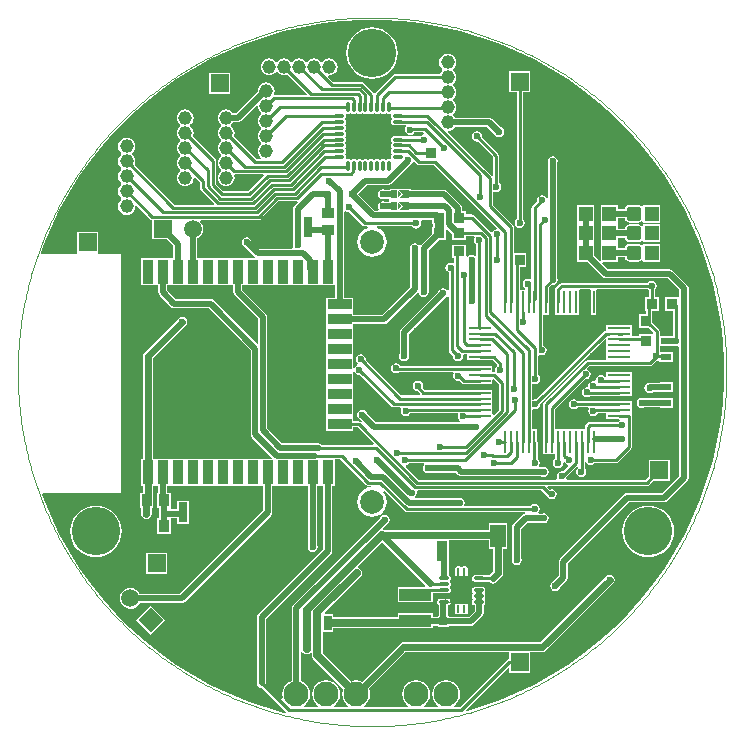
<source format=gtl>
G04*
G04 #@! TF.GenerationSoftware,Altium Limited,Altium Designer,22.4.2 (48)*
G04*
G04 Layer_Physical_Order=1*
G04 Layer_Color=255*
%FSLAX25Y25*%
%MOIN*%
G70*
G04*
G04 #@! TF.SameCoordinates,A5219701-5F61-4D45-AD81-8ED9BC4A77AE*
G04*
G04*
G04 #@! TF.FilePolarity,Positive*
G04*
G01*
G75*
%ADD10C,0.00984*%
%ADD14C,0.00787*%
%ADD15C,0.01000*%
%ADD17C,0.00004*%
%ADD18C,0.00700*%
%ADD19C,0.00400*%
G04:AMPARAMS|DCode=22|XSize=11.02mil|YSize=33.47mil|CornerRadius=1.98mil|HoleSize=0mil|Usage=FLASHONLY|Rotation=0.000|XOffset=0mil|YOffset=0mil|HoleType=Round|Shape=RoundedRectangle|*
%AMROUNDEDRECTD22*
21,1,0.01102,0.02950,0,0,0.0*
21,1,0.00706,0.03347,0,0,0.0*
1,1,0.00397,0.00353,-0.01475*
1,1,0.00397,-0.00353,-0.01475*
1,1,0.00397,-0.00353,0.01475*
1,1,0.00397,0.00353,0.01475*
%
%ADD22ROUNDEDRECTD22*%
G04:AMPARAMS|DCode=23|XSize=11.02mil|YSize=33.47mil|CornerRadius=1.98mil|HoleSize=0mil|Usage=FLASHONLY|Rotation=270.000|XOffset=0mil|YOffset=0mil|HoleType=Round|Shape=RoundedRectangle|*
%AMROUNDEDRECTD23*
21,1,0.01102,0.02950,0,0,270.0*
21,1,0.00706,0.03347,0,0,270.0*
1,1,0.00397,-0.01475,-0.00353*
1,1,0.00397,-0.01475,0.00353*
1,1,0.00397,0.01475,0.00353*
1,1,0.00397,0.01475,-0.00353*
%
%ADD23ROUNDEDRECTD23*%
G04:AMPARAMS|DCode=24|XSize=135.83mil|YSize=135.83mil|CornerRadius=2.04mil|HoleSize=0mil|Usage=FLASHONLY|Rotation=180.000|XOffset=0mil|YOffset=0mil|HoleType=Round|Shape=RoundedRectangle|*
%AMROUNDEDRECTD24*
21,1,0.13583,0.13175,0,0,180.0*
21,1,0.13175,0.13583,0,0,180.0*
1,1,0.00408,-0.06588,0.06588*
1,1,0.00408,0.06588,0.06588*
1,1,0.00408,0.06588,-0.06588*
1,1,0.00408,-0.06588,-0.06588*
%
%ADD24ROUNDEDRECTD24*%
%ADD25R,0.08661X0.02953*%
%ADD26R,0.03543X0.02362*%
%ADD27R,0.10630X0.03937*%
%ADD28R,0.02500X0.05000*%
%ADD30R,0.04724X0.05118*%
%ADD31R,0.03150X0.06693*%
%ADD32R,0.03150X0.04331*%
%ADD33R,0.03543X0.03543*%
%ADD37R,0.05236X0.05236*%
%ADD38R,0.07874X0.03543*%
%ADD39R,0.03543X0.07874*%
%ADD40R,0.02756X0.02559*%
%ADD41R,0.05315X0.07480*%
%ADD42R,0.03740X0.06693*%
%ADD43R,0.03740X0.04134*%
%ADD44R,0.03543X0.04134*%
%ADD45R,0.04134X0.03543*%
%ADD46R,0.03543X0.03543*%
%ADD72C,0.04600*%
G04:AMPARAMS|DCode=80|XSize=64.96mil|YSize=94.49mil|CornerRadius=1.95mil|HoleSize=0mil|Usage=FLASHONLY|Rotation=0.000|XOffset=0mil|YOffset=0mil|HoleType=Round|Shape=RoundedRectangle|*
%AMROUNDEDRECTD80*
21,1,0.06496,0.09059,0,0,0.0*
21,1,0.06106,0.09449,0,0,0.0*
1,1,0.00390,0.03053,-0.04530*
1,1,0.00390,-0.03053,-0.04530*
1,1,0.00390,-0.03053,0.04530*
1,1,0.00390,0.03053,0.04530*
%
%ADD80ROUNDEDRECTD80*%
%ADD81R,0.00984X0.07480*%
G04:AMPARAMS|DCode=82|XSize=74.8mil|YSize=9.84mil|CornerRadius=0mil|HoleSize=0mil|Usage=FLASHONLY|Rotation=90.000|XOffset=0mil|YOffset=0mil|HoleType=Round|Shape=Octagon|*
%AMOCTAGOND82*
4,1,8,0.00246,0.03740,-0.00246,0.03740,-0.00492,0.03494,-0.00492,-0.03494,-0.00246,-0.03740,0.00246,-0.03740,0.00492,-0.03494,0.00492,0.03494,0.00246,0.03740,0.0*
%
%ADD82OCTAGOND82*%

%ADD83R,0.07480X0.00984*%
%ADD84R,0.02165X0.02559*%
%ADD85C,0.02000*%
%ADD86C,0.02362*%
%ADD87C,0.02500*%
%ADD88C,0.01102*%
%ADD89C,0.00500*%
%ADD90C,0.03150*%
%ADD91R,0.01102X0.02756*%
%ADD92R,0.05906X0.05906*%
%ADD93C,0.08268*%
G04:AMPARAMS|DCode=94|XSize=49.21mil|YSize=49.21mil|CornerRadius=12.3mil|HoleSize=0mil|Usage=FLASHONLY|Rotation=180.000|XOffset=0mil|YOffset=0mil|HoleType=Round|Shape=RoundedRectangle|*
%AMROUNDEDRECTD94*
21,1,0.04921,0.02461,0,0,180.0*
21,1,0.02461,0.04921,0,0,180.0*
1,1,0.02461,-0.01230,0.01230*
1,1,0.02461,0.01230,0.01230*
1,1,0.02461,0.01230,-0.01230*
1,1,0.02461,-0.01230,-0.01230*
%
%ADD94ROUNDEDRECTD94*%
%ADD95R,0.04921X0.04921*%
%ADD96R,0.05906X0.05906*%
%ADD97C,0.05906*%
%ADD98P,0.08352X4X178.0*%
%ADD99C,0.16142*%
%ADD100C,0.07874*%
%ADD101C,0.02362*%
%ADD102C,0.01968*%
G36*
X142843Y223855D02*
X143116Y223801D01*
X143689D01*
X143951Y223617D01*
X144136Y223354D01*
Y222781D01*
X144190Y222509D01*
X144344Y222278D01*
Y222022D01*
X144190Y221791D01*
X144136Y221518D01*
Y220813D01*
X144190Y220540D01*
X144344Y220309D01*
X144576Y220155D01*
X144848Y220100D01*
X147798D01*
X148025Y220146D01*
X149037D01*
X149168Y219919D01*
X149244Y219646D01*
X148916Y219156D01*
X148786Y218500D01*
X148916Y217844D01*
X149288Y217288D01*
X149844Y216916D01*
X150500Y216786D01*
X151156Y216916D01*
X151712Y217288D01*
X151938Y217626D01*
X154793D01*
X154938Y217513D01*
X154987Y217426D01*
X154735Y216886D01*
X154503Y216840D01*
X153947Y216469D01*
X153819Y216278D01*
X148033D01*
X147798Y216325D01*
X144848D01*
X144576Y216270D01*
X144344Y216116D01*
X144190Y215885D01*
X144136Y215613D01*
Y214907D01*
X144190Y214635D01*
X144344Y214404D01*
Y214148D01*
X144190Y213917D01*
X144136Y213644D01*
Y212939D01*
X144190Y212666D01*
X144344Y212435D01*
Y212179D01*
X144190Y211948D01*
X144136Y211676D01*
Y210970D01*
X144190Y210698D01*
X144304Y210339D01*
X144190Y209980D01*
X144136Y209707D01*
Y209134D01*
X143951Y208872D01*
X143689Y208687D01*
X143116D01*
X142843Y208633D01*
X142612Y208478D01*
X142356D01*
X142125Y208633D01*
X141853Y208687D01*
X141147D01*
X140875Y208633D01*
X140516Y208519D01*
X140157Y208633D01*
X139884Y208687D01*
X139179D01*
X138906Y208633D01*
X138547Y208519D01*
X138188Y208633D01*
X137916Y208687D01*
X137210D01*
X136938Y208633D01*
X136707Y208478D01*
X136451D01*
X136220Y208633D01*
X135947Y208687D01*
X135242D01*
X134969Y208633D01*
X134738Y208478D01*
X134482D01*
X134251Y208633D01*
X133979Y208687D01*
X133273D01*
X133001Y208633D01*
X132770Y208478D01*
X132514D01*
X132283Y208633D01*
X132010Y208687D01*
X131305D01*
X131032Y208633D01*
X130801Y208478D01*
X130545D01*
X130314Y208633D01*
X130042Y208687D01*
X129469D01*
X129206Y208872D01*
X129022Y209134D01*
Y209707D01*
X128967Y209980D01*
X128853Y210339D01*
X128967Y210698D01*
X129022Y210970D01*
Y211676D01*
X128967Y211948D01*
X128813Y212179D01*
Y212435D01*
X128967Y212666D01*
X129022Y212939D01*
Y213644D01*
X128967Y213917D01*
X128813Y214148D01*
Y214404D01*
X128967Y214635D01*
X129022Y214907D01*
Y215613D01*
X128967Y215885D01*
X128853Y216244D01*
X128967Y216603D01*
X129022Y216876D01*
Y217581D01*
X128967Y217854D01*
X128813Y218085D01*
Y218341D01*
X128967Y218572D01*
X129022Y218844D01*
Y219550D01*
X128967Y219822D01*
X128853Y220181D01*
X128967Y220540D01*
X129022Y220813D01*
Y221518D01*
X128967Y221791D01*
X128813Y222022D01*
Y222278D01*
X128967Y222509D01*
X129022Y222781D01*
Y223354D01*
X129206Y223617D01*
X129469Y223801D01*
X130042D01*
X130314Y223855D01*
X130545Y224010D01*
X130801D01*
X131032Y223855D01*
X131305Y223801D01*
X132010D01*
X132283Y223855D01*
X132514Y224010D01*
X132770D01*
X133001Y223855D01*
X133273Y223801D01*
X133979D01*
X134251Y223855D01*
X134482Y224010D01*
X134738D01*
X134969Y223855D01*
X135242Y223801D01*
X135947D01*
X136220Y223855D01*
X136579Y223969D01*
X136938Y223855D01*
X137210Y223801D01*
X137916D01*
X138188Y223855D01*
X138419Y224010D01*
X138675D01*
X138906Y223855D01*
X139179Y223801D01*
X139884D01*
X140157Y223855D01*
X140388Y224010D01*
X140644D01*
X140875Y223855D01*
X141147Y223801D01*
X141853D01*
X142125Y223855D01*
X142356Y224010D01*
X142612D01*
X142843Y223855D01*
D02*
G37*
G36*
X147659Y254734D02*
X154200Y253997D01*
X160690Y252894D01*
X167107Y251429D01*
X173433Y249607D01*
X179646Y247433D01*
X185728Y244914D01*
X191658Y242058D01*
X197420Y238874D01*
X202993Y235371D01*
X208362Y231562D01*
X213509Y227458D01*
X218417Y223072D01*
X223072Y218417D01*
X227458Y213509D01*
X231562Y208362D01*
X235371Y202993D01*
X238873Y197420D01*
X242058Y191658D01*
X244914Y185728D01*
X247433Y179646D01*
X249607Y173433D01*
X251429Y167107D01*
X252894Y160690D01*
X253997Y154200D01*
X254734Y147659D01*
X255103Y141087D01*
Y137795D01*
Y134504D01*
X254734Y127932D01*
X253997Y121390D01*
X252894Y114901D01*
X251429Y108483D01*
X249607Y102158D01*
X247433Y95944D01*
X244914Y89863D01*
X242058Y83932D01*
X238874Y78171D01*
X235371Y72597D01*
X231562Y67229D01*
X227458Y62082D01*
X223072Y57174D01*
X218417Y52519D01*
X213509Y48133D01*
X208362Y44029D01*
X202993Y40219D01*
X197420Y36717D01*
X191658Y33533D01*
X185728Y30677D01*
X179646Y28158D01*
X173433Y25984D01*
X169468Y24841D01*
X169214Y25272D01*
X183085Y39143D01*
X183547Y38952D01*
Y37547D01*
X190453D01*
Y44286D01*
X194500D01*
X195156Y44416D01*
X195712Y44788D01*
X218212Y67288D01*
X218584Y67844D01*
X218714Y68500D01*
X218584Y69156D01*
X218212Y69712D01*
X217656Y70084D01*
X217000Y70214D01*
X216344Y70084D01*
X215788Y69712D01*
X193790Y47714D01*
X148165D01*
X147510Y47584D01*
X146953Y47212D01*
X134313Y34572D01*
X133690Y34830D01*
X132480Y34989D01*
X131271Y34830D01*
X130718Y34601D01*
X121284Y44034D01*
Y51227D01*
X124750D01*
Y52443D01*
X151790D01*
X151939Y52472D01*
X157980D01*
Y53128D01*
X159622D01*
Y52878D01*
X163378D01*
Y53128D01*
X170658D01*
X171243Y53245D01*
X171739Y53576D01*
X174581Y56419D01*
X174913Y56915D01*
X175029Y57500D01*
Y60077D01*
X175121Y60096D01*
X175352Y60250D01*
X175507Y60481D01*
X175561Y60754D01*
Y61459D01*
X175507Y61732D01*
X175352Y61963D01*
Y62218D01*
X175507Y62450D01*
X175561Y62722D01*
Y63428D01*
X175507Y63700D01*
X175352Y63931D01*
Y64187D01*
X175507Y64418D01*
X175561Y64691D01*
Y65396D01*
X175507Y65669D01*
X175352Y65900D01*
X175121Y66054D01*
X174849Y66108D01*
X171899D01*
X171627Y66054D01*
X171396Y65900D01*
X171241Y65669D01*
X171187Y65396D01*
Y64691D01*
X171241Y64418D01*
X171396Y64187D01*
Y63931D01*
X171241Y63700D01*
X171187Y63428D01*
Y62722D01*
X171241Y62450D01*
X171396Y62218D01*
Y61963D01*
X171241Y61732D01*
X171187Y61459D01*
Y60754D01*
X171241Y60481D01*
X171396Y60250D01*
X171627Y60096D01*
X171899Y60041D01*
X171971D01*
Y58134D01*
X170024Y56187D01*
X163378D01*
Y56437D01*
X163029D01*
Y60041D01*
X163235D01*
X163507Y60096D01*
X163738Y60250D01*
X163892Y60481D01*
X163947Y60754D01*
Y61459D01*
X163892Y61732D01*
X163738Y61963D01*
X163507Y62117D01*
X163235Y62171D01*
X160285D01*
X160012Y62117D01*
X159782Y61963D01*
X159627Y61732D01*
X159573Y61459D01*
Y60754D01*
X159627Y60481D01*
X159782Y60250D01*
X159971Y60124D01*
Y56437D01*
X159622D01*
Y56187D01*
X157980D01*
Y57409D01*
X146350D01*
Y56011D01*
X124750D01*
Y57227D01*
X122257D01*
X122066Y57689D01*
X133939Y69561D01*
X134325Y70140D01*
X134461Y70823D01*
X134325Y71506D01*
X133939Y72085D01*
X133360Y72472D01*
X133228Y72498D01*
X133064Y73040D01*
X141050Y81026D01*
X155499Y66577D01*
X155308Y66115D01*
X153945D01*
X153723Y66071D01*
X146350D01*
Y61134D01*
X157980D01*
Y63972D01*
X161760D01*
X161795Y63978D01*
X163235D01*
X163507Y64033D01*
X163738Y64187D01*
X163892Y64418D01*
X163947Y64691D01*
Y65396D01*
X163892Y65669D01*
X163779Y66028D01*
X163892Y66387D01*
X163947Y66659D01*
Y67365D01*
X163892Y67637D01*
X163738Y67868D01*
Y68124D01*
X163892Y68355D01*
X163947Y68628D01*
Y69333D01*
X163892Y69606D01*
X163738Y69837D01*
X163507Y69991D01*
X163289Y70034D01*
Y74154D01*
X163358D01*
Y81786D01*
X176610D01*
Y78803D01*
X178054D01*
Y71458D01*
X176788Y70192D01*
X176694Y70052D01*
X173374D01*
X173339Y70045D01*
X171899D01*
X171627Y69991D01*
X171396Y69837D01*
X171241Y69606D01*
X171187Y69333D01*
Y68628D01*
X171241Y68355D01*
X171396Y68124D01*
X171627Y67970D01*
X171899Y67915D01*
X173339D01*
X173374Y67909D01*
X176694D01*
X176788Y67768D01*
X177344Y67397D01*
X178000Y67266D01*
X178656Y67397D01*
X179212Y67768D01*
X180980Y69536D01*
X181351Y70092D01*
X181482Y70748D01*
Y78803D01*
X182925D01*
Y87283D01*
X176610D01*
Y85214D01*
X141584D01*
X141380Y85706D01*
X141381Y85718D01*
X142560Y86897D01*
X142656Y86916D01*
X143212Y87288D01*
X143584Y87844D01*
X143714Y88500D01*
X143584Y89156D01*
X143212Y89712D01*
X142656Y90084D01*
X142000Y90214D01*
X141344Y90084D01*
X140788Y89712D01*
X140416Y89156D01*
X140397Y89060D01*
X111399Y60062D01*
X111067Y59566D01*
X110951Y58980D01*
Y34697D01*
X110143Y34363D01*
X109176Y33620D01*
X108433Y32652D01*
X107966Y31525D01*
X107807Y30315D01*
X107954Y29195D01*
X107563Y28879D01*
X102515Y33927D01*
X102529Y34000D01*
Y55366D01*
X124081Y76919D01*
X124413Y77415D01*
X124529Y78000D01*
Y99894D01*
X125303D01*
Y108748D01*
X127225D01*
X135776Y100197D01*
X136107Y99976D01*
X136497Y99899D01*
X137358D01*
X137391Y99399D01*
X136511Y99283D01*
X135313Y98787D01*
X134285Y97998D01*
X133496Y96970D01*
X133001Y95773D01*
X132832Y94488D01*
X133001Y93204D01*
X133496Y92006D01*
X134285Y90978D01*
X135313Y90189D01*
X136511Y89694D01*
X137795Y89525D01*
X139080Y89694D01*
X140277Y90189D01*
X141305Y90978D01*
X142094Y92006D01*
X142590Y93204D01*
X142759Y94488D01*
X142590Y95773D01*
X142094Y96970D01*
X141543Y97688D01*
X141920Y98018D01*
X148659Y91279D01*
X148990Y91058D01*
X149380Y90980D01*
X188644D01*
X188693Y90480D01*
X188430Y90428D01*
X187934Y90096D01*
X184919Y87081D01*
X184587Y86585D01*
X184471Y86000D01*
Y75737D01*
X184416Y75656D01*
X184286Y75000D01*
X184416Y74344D01*
X184788Y73788D01*
X185344Y73416D01*
X186000Y73286D01*
X186656Y73416D01*
X187212Y73788D01*
X187584Y74344D01*
X187714Y75000D01*
X187584Y75656D01*
X187529Y75737D01*
Y85366D01*
X189649Y87486D01*
X194240D01*
X194344Y87416D01*
X195000Y87286D01*
X195656Y87416D01*
X196212Y87788D01*
X196584Y88344D01*
X196714Y89000D01*
X196584Y89656D01*
X196212Y90212D01*
X195656Y90584D01*
X195000Y90714D01*
X194344Y90584D01*
X194286Y90544D01*
X193476D01*
X193348Y90751D01*
X193262Y91044D01*
X193584Y91525D01*
X193714Y92181D01*
X193584Y92837D01*
X193212Y93393D01*
X192656Y93765D01*
X192000Y93895D01*
X191344Y93765D01*
X190788Y93393D01*
X190538Y93020D01*
X168776D01*
X168540Y93461D01*
X168584Y93525D01*
X168714Y94181D01*
X168584Y94837D01*
X168212Y95393D01*
X167656Y95765D01*
X167000Y95895D01*
X166344Y95765D01*
X166263Y95710D01*
X152248D01*
X152096Y96210D01*
X152212Y96288D01*
X152584Y96844D01*
X152714Y97500D01*
X152655Y97799D01*
X153043Y98299D01*
X194259D01*
X196069Y96490D01*
X196098Y96344D01*
X196469Y95788D01*
X197025Y95416D01*
X197681Y95286D01*
X198337Y95416D01*
X198893Y95788D01*
X199265Y96344D01*
X199395Y97000D01*
X199265Y97656D01*
X198893Y98212D01*
X198337Y98584D01*
X197681Y98714D01*
X197025Y98584D01*
X196925Y98517D01*
X196105Y99337D01*
X196296Y99799D01*
X229319D01*
X229709Y99877D01*
X230040Y100098D01*
X231489Y101547D01*
X236953D01*
Y108453D01*
X230047D01*
Y102989D01*
X228897Y101839D01*
X202776D01*
X202540Y102279D01*
X202584Y102344D01*
X202714Y103000D01*
X202713Y103007D01*
X205872Y106166D01*
X206393Y105979D01*
X206411Y105794D01*
X206288Y105712D01*
X205916Y105156D01*
X205786Y104500D01*
X205916Y103844D01*
X206288Y103288D01*
X206844Y102916D01*
X207500Y102786D01*
X208156Y102916D01*
X208712Y103288D01*
X209084Y103844D01*
X209214Y104500D01*
X209084Y105156D01*
X208712Y105712D01*
X208689Y105727D01*
Y107695D01*
X208927Y107773D01*
X209189Y107778D01*
X209516Y107288D01*
X210072Y106916D01*
X210728Y106786D01*
X211384Y106916D01*
X211940Y107288D01*
X212069Y107480D01*
X219000D01*
X219390Y107558D01*
X219721Y107779D01*
X224032Y112090D01*
X224253Y112421D01*
X224331Y112811D01*
Y123024D01*
X224319Y123083D01*
Y127961D01*
X220177D01*
X220079Y127980D01*
X206367D01*
X206212Y128212D01*
X205656Y128584D01*
X205000Y128714D01*
X204344Y128584D01*
X203788Y128212D01*
X203416Y127656D01*
X203286Y127000D01*
X203416Y126344D01*
X203788Y125788D01*
X204344Y125416D01*
X205000Y125286D01*
X205656Y125416D01*
X206212Y125788D01*
X206325Y125957D01*
X209776D01*
X210012Y125516D01*
X209964Y125443D01*
X209833Y124787D01*
X209964Y124132D01*
X210335Y123575D01*
X210891Y123204D01*
X211547Y123073D01*
X212203Y123204D01*
X212759Y123575D01*
X213030Y123981D01*
X215839D01*
Y122039D01*
X219941D01*
X220079Y122012D01*
X220144D01*
X220296Y121512D01*
X219918Y121259D01*
X219784Y121059D01*
X210279D01*
X209892Y120982D01*
X209563Y120763D01*
X208930Y120130D01*
X208711Y119801D01*
X208634Y119414D01*
Y118807D01*
X198846D01*
Y125416D01*
X208764Y135333D01*
X209000Y135286D01*
X209656Y135416D01*
X210212Y135788D01*
X210584Y136344D01*
X210714Y137000D01*
X210584Y137656D01*
X210212Y138212D01*
X209656Y138584D01*
X209572Y138600D01*
X209427Y139079D01*
X210090Y139741D01*
X216808D01*
X216831Y139736D01*
X220074D01*
X220079Y139737D01*
X220083Y139736D01*
X223615D01*
X223638Y139741D01*
X230402D01*
X230789Y139818D01*
X231117Y140037D01*
X232388Y141308D01*
X232500Y141286D01*
X233156Y141416D01*
X233226Y141463D01*
X233658Y141232D01*
Y141232D01*
X238201D01*
Y144595D01*
X233665D01*
Y146350D01*
X238201D01*
X238201Y146350D01*
X238699Y146346D01*
X239000Y146286D01*
X239656Y146416D01*
X239742Y146474D01*
X240242Y146207D01*
Y103136D01*
X234521Y97414D01*
X222885D01*
X222300Y97298D01*
X221803Y96966D01*
X200419Y75581D01*
X200087Y75085D01*
X199971Y74500D01*
Y69731D01*
X198193Y67954D01*
X197702Y67626D01*
X197330Y67070D01*
X197200Y66414D01*
X197330Y65758D01*
X197702Y65202D01*
X198258Y64830D01*
X198914Y64700D01*
X199570Y64830D01*
X200126Y65202D01*
X200497Y65758D01*
X200541Y65976D01*
X202581Y68017D01*
X202913Y68513D01*
X203029Y69098D01*
Y73866D01*
X223518Y94355D01*
X235154D01*
X235739Y94472D01*
X236236Y94803D01*
X242853Y101421D01*
X243185Y101917D01*
X243301Y102502D01*
Y165739D01*
X243185Y166325D01*
X242853Y166821D01*
X238076Y171598D01*
X237580Y171930D01*
X236994Y172046D01*
X216483D01*
X214550Y173979D01*
X214741Y174441D01*
X219799D01*
Y175971D01*
X222112D01*
X222187Y175595D01*
X222569Y175022D01*
X223142Y174640D01*
X223817Y174505D01*
X226277D01*
X226953Y174640D01*
X227492Y175000D01*
X227664Y174962D01*
X227992Y174821D01*
Y174539D01*
X233913D01*
Y180461D01*
X227992D01*
Y180179D01*
X227664Y180038D01*
X227492Y180000D01*
X226953Y180360D01*
X226277Y180494D01*
X223817D01*
X223142Y180360D01*
X222569Y179978D01*
X222187Y179405D01*
X222112Y179029D01*
X219799D01*
Y180441D01*
X219799Y180559D01*
Y180941D01*
X219799Y181059D01*
Y182471D01*
X222112D01*
X222187Y182095D01*
X222569Y181522D01*
X223142Y181140D01*
X223817Y181006D01*
X226277D01*
X226953Y181140D01*
X227492Y181500D01*
X227664Y181462D01*
X227992Y181321D01*
Y181039D01*
X233913D01*
Y186961D01*
X227992D01*
Y186679D01*
X227664Y186538D01*
X227492Y186500D01*
X226953Y186860D01*
X226277Y186995D01*
X223817D01*
X223142Y186860D01*
X222569Y186478D01*
X222187Y185905D01*
X222112Y185529D01*
X219799D01*
Y186941D01*
X219799Y187059D01*
Y187441D01*
X219799Y187559D01*
Y188971D01*
X222112D01*
X222187Y188595D01*
X222569Y188022D01*
X223142Y187640D01*
X223817Y187505D01*
X226277D01*
X226953Y187640D01*
X227492Y188000D01*
X227664Y187962D01*
X227992Y187821D01*
Y187539D01*
X233913D01*
Y193461D01*
X227992D01*
Y193179D01*
X227664Y193038D01*
X227492Y193000D01*
X226953Y193360D01*
X226277Y193494D01*
X223817D01*
X223142Y193360D01*
X222569Y192978D01*
X222187Y192405D01*
X222112Y192029D01*
X219799D01*
Y193559D01*
X214075D01*
Y187559D01*
X214075Y187441D01*
Y187059D01*
X214075Y186941D01*
Y181059D01*
X214075Y180941D01*
Y180559D01*
X214075Y180441D01*
Y175108D01*
X213613Y174916D01*
X211925Y176604D01*
Y180559D01*
X211925D01*
Y180941D01*
X211925D01*
Y187059D01*
X211925D01*
Y187441D01*
X211925D01*
Y193559D01*
X206201D01*
Y187441D01*
X206201D01*
Y187059D01*
X206201D01*
Y180941D01*
X206201D01*
Y180559D01*
X206201D01*
Y174441D01*
X209762D01*
X214768Y169435D01*
X215264Y169104D01*
X215849Y168987D01*
X236361D01*
X240242Y165106D01*
Y163220D01*
X240118Y162772D01*
X235575D01*
Y158228D01*
X237980D01*
Y149713D01*
X233665D01*
Y151351D01*
X233588Y151738D01*
X233369Y152066D01*
X231272Y154163D01*
Y157118D01*
X231165D01*
Y158228D01*
X233425D01*
Y162772D01*
X232165D01*
Y165257D01*
X232212Y165288D01*
X232584Y165844D01*
X232714Y166500D01*
X232584Y167156D01*
X232212Y167712D01*
X231656Y168084D01*
X231000Y168214D01*
X230344Y168084D01*
X229788Y167712D01*
X229657Y167516D01*
X201005D01*
X200617Y167439D01*
X200289Y167220D01*
X199088Y166018D01*
X198869Y165690D01*
X198792Y165303D01*
Y161024D01*
X198811Y160926D01*
Y156783D01*
X206701D01*
Y165264D01*
X207106Y165493D01*
X210217D01*
X210622Y165264D01*
X210622Y164993D01*
Y156783D01*
X212606D01*
Y164993D01*
X212606Y165264D01*
X213011Y165493D01*
X229651D01*
X229788Y165288D01*
X230142Y165051D01*
Y162772D01*
X228882D01*
Y158228D01*
X229142D01*
Y157118D01*
X226728D01*
Y152575D01*
X229999D01*
X231421Y151153D01*
X231399Y150533D01*
X231272Y150425D01*
X226728D01*
Y149634D01*
X224319D01*
Y153551D01*
X215839D01*
Y151602D01*
X215732D01*
X215345Y151525D01*
X215017Y151306D01*
X192378Y128667D01*
X192142Y128714D01*
X191486Y128584D01*
X191413Y128535D01*
X190972Y128771D01*
Y133729D01*
X191413Y133965D01*
X191486Y133916D01*
X192142Y133786D01*
X192798Y133916D01*
X193354Y134288D01*
X193725Y134844D01*
X193856Y135500D01*
X193725Y136156D01*
X193354Y136712D01*
X193153Y136846D01*
Y143224D01*
X193594Y143460D01*
X193659Y143416D01*
X194315Y143286D01*
X194971Y143416D01*
X195527Y143788D01*
X195898Y144344D01*
X196029Y145000D01*
X195898Y145656D01*
X195527Y146212D01*
X194971Y146584D01*
X194909Y146596D01*
Y156783D01*
X196858D01*
Y160926D01*
X196878Y161024D01*
Y165947D01*
X197764Y166833D01*
X198000Y166786D01*
X198656Y166916D01*
X199212Y167288D01*
X199584Y167844D01*
X199714Y168500D01*
X199584Y169156D01*
X199529Y169237D01*
Y207263D01*
X199584Y207344D01*
X199714Y208000D01*
X199584Y208656D01*
X199212Y209212D01*
X198656Y209584D01*
X198000Y209714D01*
X197344Y209584D01*
X196788Y209212D01*
X196416Y208656D01*
X196286Y208000D01*
X196416Y207344D01*
X196471Y207263D01*
Y195977D01*
X195971Y195825D01*
X195712Y196212D01*
X195156Y196584D01*
X194500Y196714D01*
X193844Y196584D01*
X193288Y196212D01*
X192916Y195656D01*
X192786Y195000D01*
X192833Y194764D01*
X191233Y193163D01*
X191013Y192835D01*
X190936Y192448D01*
Y168972D01*
X190496Y168736D01*
X190423Y168784D01*
X189767Y168915D01*
X189111Y168784D01*
X188555Y168413D01*
X188183Y167857D01*
X188053Y167201D01*
X188183Y166545D01*
X188555Y165989D01*
X188565Y165982D01*
X188625Y165346D01*
X188545Y165264D01*
X187035D01*
Y172882D01*
X189272D01*
Y177425D01*
X185067D01*
Y185945D01*
X184990Y186332D01*
X184771Y186660D01*
X178041Y193390D01*
Y197729D01*
X178481Y197965D01*
X178554Y197916D01*
X179210Y197786D01*
X179866Y197916D01*
X180422Y198288D01*
X180794Y198844D01*
X180924Y199500D01*
X180794Y200156D01*
X180422Y200712D01*
X180230Y200841D01*
Y209880D01*
X180152Y210271D01*
X179931Y210601D01*
X174441Y216092D01*
X174486Y216319D01*
X174355Y216975D01*
X173984Y217531D01*
X173427Y217902D01*
X172772Y218033D01*
X172116Y217902D01*
X171560Y217531D01*
X171188Y216975D01*
X171058Y216319D01*
X171188Y215663D01*
X171560Y215107D01*
X172116Y214735D01*
X172772Y214605D01*
X172999Y214650D01*
X178190Y209458D01*
Y203252D01*
X177912Y203107D01*
X177690Y203073D01*
X163081Y217682D01*
X163261Y218210D01*
X163731Y218272D01*
X164412Y218554D01*
X164997Y219003D01*
X165356Y219471D01*
X176172D01*
X178467Y217176D01*
X178486Y217080D01*
X178857Y216524D01*
X179413Y216152D01*
X180069Y216022D01*
X180725Y216152D01*
X181281Y216524D01*
X181653Y217080D01*
X181783Y217736D01*
X181653Y218392D01*
X181281Y218948D01*
X180725Y219319D01*
X180630Y219338D01*
X177886Y222081D01*
X177390Y222413D01*
X176805Y222529D01*
X165356D01*
X164997Y222997D01*
X164752Y223185D01*
Y223815D01*
X164997Y224003D01*
X165446Y224588D01*
X165728Y225269D01*
X165824Y226000D01*
X165728Y226731D01*
X165446Y227412D01*
X164997Y227997D01*
X164752Y228185D01*
Y228815D01*
X164997Y229003D01*
X165446Y229588D01*
X165728Y230269D01*
X165824Y231000D01*
X165728Y231731D01*
X165446Y232412D01*
X164997Y232997D01*
X164752Y233185D01*
Y233815D01*
X164997Y234003D01*
X165446Y234588D01*
X165728Y235269D01*
X165824Y236000D01*
X165728Y236731D01*
X165446Y237412D01*
X164997Y237997D01*
X164752Y238185D01*
Y238815D01*
X164997Y239003D01*
X165446Y239588D01*
X165728Y240269D01*
X165824Y241000D01*
X165728Y241731D01*
X165446Y242412D01*
X164997Y242997D01*
X164412Y243446D01*
X163731Y243728D01*
X163000Y243824D01*
X162269Y243728D01*
X161588Y243446D01*
X161003Y242997D01*
X160554Y242412D01*
X160272Y241731D01*
X160176Y241000D01*
X160272Y240269D01*
X160554Y239588D01*
X161003Y239003D01*
X161248Y238815D01*
Y238185D01*
X161003Y237997D01*
X160554Y237412D01*
X160392Y237020D01*
X145379D01*
X144989Y236942D01*
X144658Y236721D01*
X138866Y230929D01*
X138596Y230885D01*
X138330Y230898D01*
X138250Y230935D01*
X134964Y234221D01*
X134633Y234442D01*
X134243Y234520D01*
X124922D01*
X123236Y236206D01*
X123469Y236680D01*
X123500Y236676D01*
X124231Y236772D01*
X124912Y237054D01*
X125497Y237503D01*
X125946Y238088D01*
X126228Y238769D01*
X126324Y239500D01*
X126228Y240231D01*
X125946Y240912D01*
X125497Y241497D01*
X124912Y241946D01*
X124231Y242228D01*
X123500Y242324D01*
X122769Y242228D01*
X122088Y241946D01*
X121503Y241497D01*
X121315Y241252D01*
X120685D01*
X120497Y241497D01*
X119912Y241946D01*
X119231Y242228D01*
X118500Y242324D01*
X117769Y242228D01*
X117088Y241946D01*
X116503Y241497D01*
X116315Y241252D01*
X115685D01*
X115497Y241497D01*
X114912Y241946D01*
X114231Y242228D01*
X113500Y242324D01*
X112769Y242228D01*
X112088Y241946D01*
X111503Y241497D01*
X111315Y241252D01*
X110685D01*
X110497Y241497D01*
X109912Y241946D01*
X109231Y242228D01*
X108500Y242324D01*
X107769Y242228D01*
X107088Y241946D01*
X106503Y241497D01*
X106315Y241252D01*
X105685D01*
X105497Y241497D01*
X104912Y241946D01*
X104231Y242228D01*
X103500Y242324D01*
X102769Y242228D01*
X102088Y241946D01*
X101503Y241497D01*
X101054Y240912D01*
X100772Y240231D01*
X100676Y239500D01*
X100772Y238769D01*
X101054Y238088D01*
X101503Y237503D01*
X102088Y237054D01*
X102769Y236772D01*
X103500Y236676D01*
X104231Y236772D01*
X104912Y237054D01*
X105497Y237503D01*
X105685Y237748D01*
X106315D01*
X106503Y237503D01*
X107088Y237054D01*
X107769Y236772D01*
X108500Y236676D01*
X109231Y236772D01*
X109623Y236935D01*
X110856Y235702D01*
X116077Y230482D01*
X115885Y230020D01*
X105459D01*
X105125Y230520D01*
X105228Y230769D01*
X105324Y231500D01*
X105228Y232231D01*
X104946Y232912D01*
X104497Y233497D01*
X103912Y233946D01*
X103231Y234228D01*
X102500Y234324D01*
X101769Y234228D01*
X101088Y233946D01*
X100503Y233497D01*
X100054Y232912D01*
X99772Y232231D01*
X99676Y231500D01*
X99694Y231362D01*
X92362Y224029D01*
X91487D01*
X91128Y224497D01*
X90543Y224946D01*
X89862Y225228D01*
X89131Y225324D01*
X88400Y225228D01*
X87719Y224946D01*
X87134Y224497D01*
X86685Y223912D01*
X86403Y223231D01*
X86307Y222500D01*
X86403Y221769D01*
X86685Y221088D01*
X87134Y220503D01*
X87379Y220315D01*
Y219685D01*
X87134Y219497D01*
X86685Y218912D01*
X86403Y218231D01*
X86307Y217500D01*
X86403Y216769D01*
X86685Y216088D01*
X87134Y215503D01*
X87379Y215315D01*
Y214685D01*
X87134Y214497D01*
X86685Y213912D01*
X86403Y213231D01*
X86307Y212500D01*
X86403Y211769D01*
X86685Y211088D01*
X87134Y210503D01*
X87379Y210315D01*
Y209685D01*
X87134Y209497D01*
X86685Y208912D01*
X86403Y208231D01*
X86307Y207500D01*
X86403Y206769D01*
X86685Y206088D01*
X87134Y205503D01*
X87379Y205315D01*
Y204685D01*
X87134Y204497D01*
X86685Y203912D01*
X86403Y203231D01*
X86307Y202500D01*
X86403Y201769D01*
X86685Y201088D01*
X87134Y200503D01*
X87719Y200054D01*
X88400Y199772D01*
X89131Y199676D01*
X89862Y199772D01*
X90543Y200054D01*
X91128Y200503D01*
X91577Y201088D01*
X91859Y201769D01*
X91955Y202500D01*
X91863Y203196D01*
X91870Y203245D01*
X92214Y203680D01*
X101479D01*
X101670Y203219D01*
X96424Y197972D01*
X88212D01*
X85747Y200438D01*
Y208273D01*
X85669Y208663D01*
X85448Y208994D01*
X78065Y216377D01*
X78228Y216769D01*
X78324Y217500D01*
X78228Y218231D01*
X77946Y218912D01*
X77497Y219497D01*
X77252Y219685D01*
Y220315D01*
X77497Y220503D01*
X77946Y221088D01*
X78228Y221769D01*
X78324Y222500D01*
X78228Y223231D01*
X77946Y223912D01*
X77497Y224497D01*
X76912Y224946D01*
X76231Y225228D01*
X75500Y225324D01*
X74769Y225228D01*
X74088Y224946D01*
X73503Y224497D01*
X73054Y223912D01*
X72772Y223231D01*
X72676Y222500D01*
X72772Y221769D01*
X73054Y221088D01*
X73503Y220503D01*
X73748Y220315D01*
Y219685D01*
X73503Y219497D01*
X73054Y218912D01*
X72772Y218231D01*
X72676Y217500D01*
X72772Y216769D01*
X73054Y216088D01*
X73503Y215503D01*
X73748Y215315D01*
Y214685D01*
X73503Y214497D01*
X73054Y213912D01*
X72772Y213231D01*
X72676Y212500D01*
X72772Y211769D01*
X73054Y211088D01*
X73503Y210503D01*
X73748Y210315D01*
Y209685D01*
X73503Y209497D01*
X73054Y208912D01*
X72772Y208231D01*
X72676Y207500D01*
X72772Y206769D01*
X73054Y206088D01*
X73503Y205503D01*
X73748Y205315D01*
Y204685D01*
X73503Y204497D01*
X73054Y203912D01*
X72772Y203231D01*
X72676Y202500D01*
X72772Y201769D01*
X73054Y201088D01*
X73503Y200503D01*
X74088Y200054D01*
X74769Y199772D01*
X75500Y199676D01*
X76231Y199772D01*
X76912Y200054D01*
X77497Y200503D01*
X77946Y201088D01*
X78228Y201769D01*
X78324Y202500D01*
X78320Y202531D01*
X78794Y202764D01*
X80480Y201078D01*
Y199000D01*
X80558Y198610D01*
X80779Y198279D01*
X85124Y193934D01*
X84932Y193472D01*
X71970D01*
X58565Y206877D01*
X58728Y207269D01*
X58824Y208000D01*
X58728Y208731D01*
X58446Y209412D01*
X57997Y209997D01*
X57752Y210185D01*
Y210815D01*
X57997Y211003D01*
X58446Y211588D01*
X58728Y212269D01*
X58824Y213000D01*
X58728Y213731D01*
X58446Y214412D01*
X57997Y214997D01*
X57412Y215446D01*
X56731Y215728D01*
X56000Y215824D01*
X55269Y215728D01*
X54588Y215446D01*
X54003Y214997D01*
X53554Y214412D01*
X53272Y213731D01*
X53176Y213000D01*
X53272Y212269D01*
X53554Y211588D01*
X54003Y211003D01*
X54248Y210815D01*
Y210185D01*
X54003Y209997D01*
X53554Y209412D01*
X53272Y208731D01*
X53176Y208000D01*
X53272Y207269D01*
X53554Y206588D01*
X54003Y206003D01*
X54248Y205815D01*
Y205185D01*
X54003Y204997D01*
X53554Y204412D01*
X53272Y203731D01*
X53176Y203000D01*
X53272Y202269D01*
X53554Y201588D01*
X54003Y201003D01*
X54248Y200815D01*
Y200185D01*
X54003Y199997D01*
X53554Y199412D01*
X53272Y198731D01*
X53176Y198000D01*
X53272Y197269D01*
X53554Y196588D01*
X54003Y196003D01*
X54248Y195815D01*
Y195185D01*
X54003Y194997D01*
X53554Y194412D01*
X53272Y193731D01*
X53176Y193000D01*
X53272Y192269D01*
X53554Y191588D01*
X54003Y191003D01*
X54588Y190554D01*
X55269Y190272D01*
X56000Y190176D01*
X56731Y190272D01*
X57412Y190554D01*
X57997Y191003D01*
X58446Y191588D01*
X58728Y192269D01*
X58824Y193000D01*
X58820Y193031D01*
X59294Y193264D01*
X63826Y188732D01*
X64157Y188511D01*
X64547Y188433D01*
Y182047D01*
X69290D01*
X71471Y179867D01*
Y175697D01*
X70760D01*
Y175697D01*
X70303D01*
Y175697D01*
X65803D01*
X65760Y175697D01*
X65303D01*
X65260Y175697D01*
X60760D01*
Y166823D01*
X65260D01*
X65303Y166823D01*
X65760D01*
X65803Y166823D01*
X66502D01*
Y164323D01*
X66619Y163737D01*
X66950Y163241D01*
X70744Y159448D01*
X71240Y159116D01*
X71825Y159000D01*
X83337D01*
X97372Y144965D01*
Y116955D01*
X97488Y116370D01*
X97820Y115874D01*
X104464Y109230D01*
X104272Y108768D01*
X100803D01*
X100760Y108768D01*
X100303D01*
X100260Y108768D01*
X95803D01*
X95760Y108768D01*
X95303D01*
X95260Y108768D01*
X90803D01*
X90760Y108768D01*
X90303D01*
X90260Y108768D01*
X85803D01*
X85760Y108768D01*
X85303D01*
X85260Y108768D01*
X80803D01*
X80760Y108768D01*
X80303D01*
X80260Y108768D01*
X75803D01*
X75760Y108768D01*
X75303D01*
X75260Y108768D01*
X70803D01*
X70760Y108768D01*
X70303D01*
X70260Y108768D01*
X65803D01*
X65760Y108768D01*
X65303D01*
X65260Y108768D01*
X64746D01*
Y142322D01*
X75712Y153288D01*
X76084Y153844D01*
X76214Y154500D01*
X76084Y155156D01*
X75712Y155712D01*
X75156Y156084D01*
X74500Y156214D01*
X73844Y156084D01*
X73288Y155712D01*
X61820Y144244D01*
X61448Y143687D01*
X61318Y143032D01*
Y108768D01*
X60760D01*
Y99894D01*
X61318D01*
Y97567D01*
X60374D01*
Y92433D01*
X60855D01*
Y90848D01*
X60786Y90500D01*
X60916Y89844D01*
X61288Y89288D01*
X61844Y88916D01*
X62500Y88786D01*
X63156Y88916D01*
X63712Y89288D01*
X63781Y89357D01*
X64153Y89913D01*
X64283Y90569D01*
Y92433D01*
X64917D01*
Y97567D01*
X64746D01*
Y99894D01*
X65260D01*
X65303Y99894D01*
X65760D01*
X65803Y99894D01*
X66502D01*
Y97567D01*
X66083D01*
Y92433D01*
X66825D01*
Y90696D01*
X66786Y90500D01*
X66825Y90304D01*
Y89067D01*
X65984D01*
Y83933D01*
X70724D01*
Y88971D01*
X72732D01*
Y87154D01*
X76882D01*
Y94846D01*
X72732D01*
Y92029D01*
X70859D01*
X70626Y92433D01*
Y97567D01*
X69561D01*
Y99894D01*
X70260D01*
X70303Y99894D01*
X70760D01*
X70803Y99894D01*
X75260D01*
X75303Y99894D01*
X75760D01*
X75803Y99894D01*
X80260D01*
X80303Y99894D01*
X80760D01*
X80803Y99894D01*
X85260D01*
X85303Y99894D01*
X85760D01*
X85803Y99894D01*
X90260D01*
X90303Y99894D01*
X90760D01*
X90803Y99894D01*
X95260D01*
X95303Y99894D01*
X95760D01*
X95803Y99894D01*
X100260D01*
X100303Y99894D01*
X100760D01*
X100803Y99894D01*
X101471D01*
Y91633D01*
X73680Y63843D01*
X60294D01*
X60255Y63949D01*
X59727Y64689D01*
X59026Y65267D01*
X58198Y65644D01*
X57301Y65794D01*
X56397Y65707D01*
X55545Y65389D01*
X54805Y64861D01*
X54227Y64159D01*
X53850Y63332D01*
X53700Y62435D01*
X53787Y61530D01*
X54105Y60679D01*
X54633Y59939D01*
X55335Y59360D01*
X56162Y58983D01*
X57059Y58833D01*
X57963Y58920D01*
X58815Y59239D01*
X59555Y59767D01*
X60133Y60468D01*
X60277Y60784D01*
X74314D01*
X74899Y60901D01*
X75395Y61232D01*
X104081Y89919D01*
X104413Y90415D01*
X104529Y91000D01*
Y99894D01*
X105303D01*
X105303Y99894D01*
X105760D01*
Y99894D01*
X105803Y99894D01*
X110303D01*
Y99894D01*
X110760D01*
Y99894D01*
X115303D01*
Y99894D01*
X115760D01*
Y99894D01*
X116502D01*
Y80284D01*
X116416Y80156D01*
X116286Y79500D01*
X116416Y78844D01*
X116788Y78288D01*
X117344Y77916D01*
X118000Y77786D01*
X118656Y77916D01*
X119212Y78288D01*
X119584Y78844D01*
X119714Y79500D01*
X119584Y80156D01*
X119561Y80190D01*
Y99894D01*
X120303D01*
Y99894D01*
X120760D01*
Y99894D01*
X121471D01*
Y78633D01*
X99919Y57081D01*
X99587Y56585D01*
X99471Y56000D01*
Y34000D01*
X99587Y33415D01*
X99919Y32919D01*
X100415Y32587D01*
X101000Y32471D01*
X101073Y32485D01*
X109002Y24556D01*
X108751Y24100D01*
X108483Y24161D01*
X102158Y25984D01*
X95944Y28158D01*
X89863Y30677D01*
X83932Y33533D01*
X78171Y36717D01*
X72597Y40219D01*
X67229Y44028D01*
X62082Y48133D01*
X57174Y52519D01*
X52519Y57174D01*
X48133Y62082D01*
X44029Y67228D01*
X40219Y72597D01*
X36717Y78171D01*
X33533Y83932D01*
X30677Y89863D01*
X28158Y95944D01*
X27786Y97008D01*
X28075Y97415D01*
X54000D01*
Y177165D01*
X46738D01*
X46453Y177547D01*
X46453Y177665D01*
Y184453D01*
X39547D01*
Y177665D01*
X39547Y177547D01*
X39262Y177165D01*
X27722D01*
X27432Y177573D01*
X28158Y179646D01*
X30677Y185728D01*
X33533Y191658D01*
X36717Y197420D01*
X40219Y202993D01*
X44028Y208362D01*
X48133Y213509D01*
X52519Y218417D01*
X57174Y223072D01*
X62082Y227458D01*
X67228Y231562D01*
X72597Y235371D01*
X78171Y238873D01*
X83932Y242058D01*
X89863Y244914D01*
X95944Y247433D01*
X102158Y249607D01*
X108483Y251429D01*
X114901Y252894D01*
X121390Y253997D01*
X127931Y254734D01*
X134504Y255103D01*
X141087D01*
X147659Y254734D01*
D02*
G37*
G36*
X99698Y226333D02*
X99772Y225769D01*
X100054Y225088D01*
X100503Y224503D01*
X100748Y224315D01*
Y223685D01*
X100503Y223497D01*
X100054Y222912D01*
X99772Y222231D01*
X99676Y221500D01*
X99772Y220769D01*
X100054Y220088D01*
X100503Y219503D01*
X100748Y219315D01*
Y218685D01*
X100503Y218497D01*
X100054Y217912D01*
X99772Y217231D01*
X99676Y216500D01*
X99772Y215769D01*
X100054Y215088D01*
X100503Y214503D01*
X100748Y214315D01*
Y213685D01*
X100503Y213497D01*
X100054Y212912D01*
X99772Y212231D01*
X99676Y211500D01*
X99772Y210769D01*
X100054Y210088D01*
X100503Y209503D01*
X100872Y209220D01*
X100703Y208720D01*
X99353D01*
X91696Y216377D01*
X91859Y216769D01*
X91955Y217500D01*
X91859Y218231D01*
X91577Y218912D01*
X91128Y219497D01*
X90883Y219685D01*
Y220315D01*
X91128Y220503D01*
X91487Y220971D01*
X92995D01*
X93581Y221087D01*
X94077Y221419D01*
X99212Y226554D01*
X99698Y226333D01*
D02*
G37*
G36*
X148250Y195720D02*
X146840D01*
X148120Y197000D01*
X146840Y198280D01*
X148250D01*
Y195720D01*
D02*
G37*
G36*
X147600Y196990D02*
X146310Y195720D01*
Y198280D01*
X147600Y196990D01*
D02*
G37*
G36*
X148250Y191720D02*
X146840D01*
X148120Y193000D01*
X146840Y194280D01*
X148250D01*
Y191720D01*
D02*
G37*
G36*
X147600Y192990D02*
X146310Y191720D01*
Y194280D01*
X147600Y192990D01*
D02*
G37*
G36*
X152785Y206994D02*
X153113Y206775D01*
X153500Y206698D01*
X158483D01*
X179349Y185832D01*
X179154Y185320D01*
X178698Y185229D01*
X178142Y184858D01*
X177952Y184573D01*
X177336Y184482D01*
X171830Y189987D01*
X171502Y190206D01*
X171115Y190283D01*
X169118D01*
Y191543D01*
X167810D01*
Y192513D01*
X167693Y193098D01*
X167362Y193594D01*
X162875Y198081D01*
X162378Y198413D01*
X161793Y198529D01*
X150748D01*
Y198779D01*
X148350D01*
X148250Y198821D01*
X146840D01*
X146840Y198821D01*
X146741Y198779D01*
X146411D01*
X146310Y198821D01*
X146209Y198779D01*
X143646D01*
Y198529D01*
X142139D01*
X142058Y198584D01*
X141402Y198714D01*
X140746Y198584D01*
X140190Y198212D01*
X139818Y197656D01*
X139688Y197000D01*
X139818Y196344D01*
X140190Y195788D01*
X140746Y195416D01*
X141402Y195286D01*
X142058Y195416D01*
X142139Y195471D01*
X143249D01*
X143361Y195400D01*
X143452Y194785D01*
X143249Y194529D01*
X142237D01*
X142156Y194584D01*
X141500Y194714D01*
X140844Y194584D01*
X140288Y194212D01*
X139916Y193656D01*
X139786Y193000D01*
X139916Y192344D01*
X140127Y192029D01*
X139859Y191529D01*
X138662D01*
X133197Y196994D01*
X136174Y199971D01*
X143000D01*
X143585Y200087D01*
X144081Y200419D01*
X150373Y206710D01*
X150469Y206729D01*
X151024Y207101D01*
X151396Y207657D01*
X151413Y207742D01*
X151892Y207887D01*
X152785Y206994D01*
D02*
G37*
G36*
X129382Y191050D02*
X130038Y190920D01*
X130265Y190965D01*
X134632Y186598D01*
X134962Y186377D01*
X135353Y186299D01*
X136175D01*
X136275Y185799D01*
X135313Y185401D01*
X134285Y184612D01*
X133496Y183584D01*
X133001Y182387D01*
X132832Y181102D01*
X133001Y179818D01*
X133496Y178621D01*
X134285Y177593D01*
X135313Y176804D01*
X136511Y176308D01*
X137795Y176139D01*
X139080Y176308D01*
X140277Y176804D01*
X141305Y177593D01*
X142094Y178621D01*
X142590Y179818D01*
X142759Y181102D01*
X142590Y182387D01*
X142094Y183584D01*
X141305Y184612D01*
X140277Y185401D01*
X139316Y185799D01*
X139415Y186299D01*
X151159D01*
X151288Y186107D01*
X151844Y185735D01*
X152500Y185605D01*
X153156Y185735D01*
X153712Y186107D01*
X154084Y186663D01*
X154214Y187319D01*
X154084Y187975D01*
X154047Y188030D01*
X154283Y188471D01*
X157882D01*
Y187000D01*
X158038D01*
Y186272D01*
X157882D01*
Y183891D01*
X154037Y180046D01*
X153981Y179962D01*
X153379D01*
X153212Y180212D01*
X152656Y180584D01*
X152000Y180714D01*
X151344Y180584D01*
X150788Y180212D01*
X150416Y179656D01*
X150286Y179000D01*
X150416Y178344D01*
X150471Y178263D01*
Y166133D01*
X141162Y156825D01*
X131406D01*
Y157567D01*
X131406D01*
Y158024D01*
X131406D01*
Y162567D01*
X128498D01*
Y167240D01*
X128529Y167398D01*
Y191034D01*
X129029Y191286D01*
X129382Y191050D01*
D02*
G37*
G36*
X113046Y194208D02*
X111919Y193081D01*
X111587Y192585D01*
X111471Y192000D01*
Y180803D01*
X111416Y180722D01*
X111286Y180066D01*
X111416Y179410D01*
X111453Y179356D01*
X111217Y178915D01*
X100248D01*
X97603Y181560D01*
X97584Y181656D01*
X97212Y182212D01*
X96656Y182584D01*
X96000Y182714D01*
X95344Y182584D01*
X94788Y182212D01*
X94416Y181656D01*
X94286Y181000D01*
X94416Y180344D01*
X94788Y179788D01*
X95344Y179416D01*
X95440Y179397D01*
X98533Y176304D01*
X98693Y176197D01*
X98542Y175697D01*
X95803D01*
X95760Y175697D01*
X95303D01*
X95260Y175697D01*
X90803D01*
X90760Y175697D01*
X90303D01*
X90260Y175697D01*
X85803D01*
X85760Y175697D01*
X85303D01*
X85260Y175697D01*
X80803D01*
X80760Y175697D01*
X80303D01*
X80260Y175697D01*
X79561D01*
X79561Y182409D01*
X79741Y182484D01*
X80462Y183037D01*
X81016Y183759D01*
X81364Y184599D01*
X81482Y185500D01*
X81364Y186401D01*
X81016Y187241D01*
X80485Y187933D01*
X80519Y188128D01*
X80622Y188433D01*
X99953D01*
X100343Y188511D01*
X100674Y188732D01*
X106580Y194638D01*
X107814D01*
X107833Y194642D01*
X112661D01*
X112799Y194669D01*
X113046Y194208D01*
D02*
G37*
G36*
X164575Y183716D02*
Y181728D01*
X169118D01*
Y182988D01*
X171750D01*
X172018Y182488D01*
X171916Y182337D01*
X171786Y181681D01*
X171916Y181025D01*
X172288Y180469D01*
X172488Y180335D01*
Y176836D01*
X171988Y176569D01*
X171672Y176780D01*
X171016Y176911D01*
X170360Y176780D01*
X169804Y176409D01*
X169618Y176131D01*
X169118Y176283D01*
Y180272D01*
X164575D01*
Y175728D01*
X165126D01*
Y174302D01*
X164685Y174067D01*
X164613Y174115D01*
X163957Y174246D01*
X163301Y174115D01*
X162745Y173743D01*
X162373Y173187D01*
X162243Y172531D01*
X162373Y171876D01*
X162745Y171319D01*
X163278Y170963D01*
Y165264D01*
X162778Y165113D01*
X162712Y165212D01*
X162156Y165584D01*
X161500Y165714D01*
X160844Y165584D01*
X160288Y165212D01*
X159916Y164656D01*
X159897Y164560D01*
X147419Y152081D01*
X147087Y151585D01*
X146971Y151000D01*
Y148726D01*
Y143737D01*
X146916Y143656D01*
X146786Y143000D01*
X146916Y142344D01*
X147288Y141788D01*
X147844Y141416D01*
X148500Y141286D01*
X149156Y141416D01*
X149712Y141788D01*
X150084Y142344D01*
X150214Y143000D01*
X150084Y143656D01*
X150029Y143737D01*
Y148726D01*
Y150366D01*
X162060Y162397D01*
X162156Y162416D01*
X162712Y162788D01*
X162778Y162887D01*
X163278Y162735D01*
Y145210D01*
X163355Y144823D01*
X163575Y144495D01*
X164833Y143236D01*
X164786Y143000D01*
X164916Y142344D01*
X165288Y141788D01*
X165844Y141416D01*
X166500Y141286D01*
X167156Y141416D01*
X167712Y141788D01*
X168084Y142344D01*
X168214Y143000D01*
X168180Y143173D01*
X168590Y143673D01*
X169382D01*
Y141725D01*
X173524D01*
X173622Y141705D01*
X177864D01*
X179292Y140278D01*
X179288Y139712D01*
X178916Y139156D01*
X178786Y138500D01*
X178836Y138249D01*
X178414Y137823D01*
X177862D01*
Y139772D01*
X173720D01*
X173622Y139791D01*
X147328D01*
X147047Y140212D01*
X146491Y140584D01*
X145835Y140714D01*
X145179Y140584D01*
X144623Y140212D01*
X144251Y139656D01*
X144121Y139000D01*
X144251Y138344D01*
X144623Y137788D01*
X145179Y137416D01*
X145835Y137286D01*
X146491Y137416D01*
X147017Y137768D01*
X164724D01*
X164991Y137268D01*
X164916Y137156D01*
X164786Y136500D01*
X164916Y135844D01*
X165288Y135288D01*
X165844Y134916D01*
X166500Y134786D01*
X166914Y134868D01*
X167661Y134122D01*
X167992Y133901D01*
X168382Y133823D01*
X173622D01*
X173760Y133851D01*
X177862D01*
Y135225D01*
X178362Y135433D01*
X179988Y133806D01*
Y125182D01*
X178324Y123518D01*
X177862Y123709D01*
Y127945D01*
Y131898D01*
X173720D01*
X173622Y131917D01*
X155299D01*
X154679Y132538D01*
X154785Y133071D01*
X154654Y133727D01*
X154283Y134283D01*
X153727Y134654D01*
X153071Y134785D01*
X152415Y134654D01*
X151859Y134283D01*
X151487Y133727D01*
X151357Y133071D01*
X151487Y132415D01*
X151859Y131859D01*
X152415Y131487D01*
X152981Y131375D01*
X153907Y130449D01*
X153700Y129949D01*
X147482D01*
X135667Y141764D01*
X135714Y142000D01*
X135584Y142656D01*
X135212Y143212D01*
X134656Y143584D01*
X134000Y143714D01*
X133344Y143584D01*
X132788Y143212D01*
X132416Y142656D01*
X132286Y142000D01*
X132416Y141344D01*
X132788Y140788D01*
X133025Y140629D01*
X132920Y140099D01*
X132844Y140084D01*
X132288Y139712D01*
X131916Y139156D01*
X131906Y139102D01*
X131406Y139151D01*
Y142524D01*
X131406Y142567D01*
Y143024D01*
X131406Y143067D01*
Y147523D01*
X131406Y147567D01*
Y148024D01*
X131406Y148067D01*
Y152524D01*
X131406Y152567D01*
Y153024D01*
X131406Y153067D01*
Y153766D01*
X141795D01*
X142380Y153882D01*
X142877Y154214D01*
X152840Y164177D01*
X153383Y164013D01*
X153416Y163844D01*
X153788Y163288D01*
X154344Y162916D01*
X155000Y162786D01*
X155656Y162916D01*
X156212Y163288D01*
X156584Y163844D01*
X156714Y164500D01*
X156648Y164834D01*
Y178331D01*
X160045Y181728D01*
X162425D01*
Y185212D01*
X162887Y185403D01*
X164575Y183716D01*
D02*
G37*
G36*
X91502Y164468D02*
X91619Y163883D01*
X91950Y163387D01*
X99872Y155465D01*
Y147444D01*
X99410Y147253D01*
X85052Y161611D01*
X84556Y161942D01*
X83971Y162059D01*
X72459D01*
X69561Y164956D01*
Y166823D01*
X70303D01*
Y166823D01*
X70760D01*
Y166823D01*
X75303D01*
Y166823D01*
X75760D01*
Y166823D01*
X80260D01*
X80303Y166823D01*
X80760D01*
X80803Y166823D01*
X85260D01*
X85303Y166823D01*
X85760D01*
X85803Y166823D01*
X90260D01*
X90303Y166823D01*
X90760D01*
X90803Y166823D01*
X91502D01*
Y164468D01*
D02*
G37*
G36*
X120303Y166823D02*
X120760D01*
Y166823D01*
X125303D01*
X125439Y166379D01*
Y162567D01*
X122532D01*
Y158024D01*
X122532D01*
Y157567D01*
X122532D01*
Y153067D01*
X122532Y153024D01*
Y152567D01*
X122532Y152524D01*
Y148067D01*
X122532Y148024D01*
Y147567D01*
X122532Y147523D01*
Y143067D01*
X122532Y143024D01*
Y142567D01*
X122532Y142524D01*
Y138067D01*
X122532Y138024D01*
Y137567D01*
X122532Y137523D01*
Y133067D01*
X122532Y133024D01*
Y132567D01*
X122532Y132524D01*
Y128067D01*
X122532Y128024D01*
Y127567D01*
X122532Y127524D01*
Y123067D01*
X122532Y123024D01*
Y122567D01*
X122532Y122523D01*
Y118024D01*
X131406D01*
Y119276D01*
X132995D01*
X138289Y113981D01*
X138098Y113520D01*
X121123D01*
X121081Y113581D01*
X120585Y113913D01*
X120000Y114029D01*
X107858D01*
X102931Y118957D01*
Y156098D01*
X102814Y156684D01*
X102483Y157180D01*
X94561Y165102D01*
Y166823D01*
X95260D01*
X95303Y166823D01*
X95760D01*
X95803Y166823D01*
X100260D01*
X100303Y166823D01*
X100760D01*
X100803Y166823D01*
X105260D01*
X105303Y166823D01*
X105760D01*
X105803Y166823D01*
X110260D01*
X110303Y166823D01*
X110760D01*
X110803Y166823D01*
X115303D01*
X115303Y166823D01*
X115760D01*
Y166823D01*
X115803Y166823D01*
X120303D01*
Y166823D01*
D02*
G37*
G36*
X215839Y148613D02*
Y145661D01*
Y141764D01*
X209671D01*
X209283Y141687D01*
X208955Y141468D01*
X195151Y127663D01*
X194932Y127335D01*
X194855Y126948D01*
Y114567D01*
X194874Y114469D01*
Y110327D01*
X198792D01*
Y108846D01*
X198591Y108712D01*
X198220Y108156D01*
X198089Y107500D01*
X198220Y106844D01*
X198591Y106288D01*
X199147Y105916D01*
X199803Y105786D01*
X200459Y105916D01*
X201015Y106288D01*
X201387Y106844D01*
X201517Y107500D01*
X201505Y107559D01*
X201976Y107754D01*
X202288Y107288D01*
X202844Y106916D01*
X203019Y106881D01*
X203184Y106339D01*
X201466Y104621D01*
X201000Y104714D01*
X200344Y104584D01*
X199788Y104212D01*
X199416Y103656D01*
X199286Y103000D01*
X199416Y102344D01*
X199460Y102279D01*
X199224Y101839D01*
X153316D01*
X148985Y106169D01*
X149150Y106712D01*
X149475Y106776D01*
X150031Y107148D01*
X150160Y107340D01*
X155060D01*
X155195Y107079D01*
X155255Y106840D01*
X154919Y106337D01*
X154788Y105681D01*
X154919Y105025D01*
X155290Y104469D01*
X155846Y104097D01*
X156502Y103967D01*
X157158Y104097D01*
X157239Y104152D01*
X165790D01*
X166523Y103419D01*
X167019Y103087D01*
X167604Y102971D01*
X194263D01*
X194344Y102916D01*
X195000Y102786D01*
X195656Y102916D01*
X196212Y103288D01*
X196584Y103844D01*
X196714Y104500D01*
X196584Y105156D01*
X196212Y105712D01*
X195656Y106084D01*
X195000Y106214D01*
X194344Y106084D01*
X194263Y106029D01*
X193641D01*
X193373Y106529D01*
X193584Y106844D01*
X193714Y107500D01*
X193584Y108156D01*
X193212Y108712D01*
X192949Y108888D01*
Y114559D01*
X192921Y114696D01*
Y118807D01*
X190972D01*
Y125229D01*
X191413Y125465D01*
X191486Y125416D01*
X192142Y125286D01*
X192798Y125416D01*
X193354Y125788D01*
X193725Y126344D01*
X193856Y127000D01*
X193809Y127236D01*
X215377Y148804D01*
X215839Y148613D01*
D02*
G37*
G36*
X132048Y137647D02*
X132288Y137288D01*
X132844Y136916D01*
X133500Y136786D01*
X133736Y136833D01*
X144316Y126253D01*
X144644Y126034D01*
X145031Y125957D01*
X147224D01*
X147460Y125516D01*
X147416Y125451D01*
X147286Y124795D01*
X147416Y124139D01*
X147788Y123583D01*
X148344Y123212D01*
X149000Y123081D01*
X149656Y123212D01*
X150212Y123583D01*
X150570Y124120D01*
X166363D01*
X166599Y123679D01*
X166556Y123614D01*
X166425Y122958D01*
X166556Y122302D01*
X166927Y121746D01*
X167251Y121529D01*
X167099Y121029D01*
X139134D01*
X136103Y124060D01*
X136084Y124156D01*
X135712Y124712D01*
X135156Y125084D01*
X134500Y125214D01*
X133844Y125084D01*
X133288Y124712D01*
X132916Y124156D01*
X132786Y123500D01*
X132916Y122844D01*
X133288Y122288D01*
X133844Y121916D01*
X133940Y121897D01*
X134383Y121454D01*
X134065Y121065D01*
X133808Y121237D01*
X133417Y121315D01*
X131406D01*
Y122523D01*
X131406Y122567D01*
Y123024D01*
X131406Y123067D01*
Y127524D01*
X131406Y127567D01*
Y128024D01*
X131406Y128067D01*
Y132524D01*
X131406Y132567D01*
Y133024D01*
X131406Y133067D01*
Y137523D01*
X131452Y137697D01*
X131456Y137701D01*
X131492Y137712D01*
X132048Y137647D01*
D02*
G37*
G36*
X183547Y42020D02*
X183500D01*
X183110Y41942D01*
X182779Y41721D01*
X167078Y26020D01*
X165316D01*
X165146Y26520D01*
X165785Y27010D01*
X166528Y27978D01*
X166995Y29105D01*
X167154Y30315D01*
X166995Y31525D01*
X166528Y32652D01*
X165785Y33620D01*
X164817Y34363D01*
X163690Y34830D01*
X162480Y34989D01*
X161271Y34830D01*
X160143Y34363D01*
X159176Y33620D01*
X158433Y32652D01*
X157966Y31525D01*
X157807Y30315D01*
X157966Y29105D01*
X158433Y27978D01*
X159176Y27010D01*
X159815Y26520D01*
X159645Y26020D01*
X155316D01*
X155146Y26520D01*
X155785Y27010D01*
X156528Y27978D01*
X156995Y29105D01*
X157154Y30315D01*
X156995Y31525D01*
X156528Y32652D01*
X155785Y33620D01*
X154817Y34363D01*
X153690Y34830D01*
X152480Y34989D01*
X151271Y34830D01*
X150144Y34363D01*
X149176Y33620D01*
X148433Y32652D01*
X147966Y31525D01*
X147807Y30315D01*
X147966Y29105D01*
X148433Y27978D01*
X149176Y27010D01*
X149815Y26520D01*
X149645Y26020D01*
X135316D01*
X135146Y26520D01*
X135785Y27010D01*
X136528Y27978D01*
X136995Y29105D01*
X137154Y30315D01*
X136995Y31525D01*
X136737Y32148D01*
X148875Y44286D01*
X183547D01*
Y42020D01*
D02*
G37*
G36*
X114738Y44238D02*
X115317Y43852D01*
X116000Y43716D01*
X116683Y43852D01*
X117216Y44208D01*
X117434Y44155D01*
X117716Y44018D01*
Y43295D01*
X117851Y42613D01*
X118238Y42034D01*
X128195Y32077D01*
X127966Y31525D01*
X127806Y30315D01*
X127966Y29105D01*
X128433Y27978D01*
X129175Y27010D01*
X129815Y26520D01*
X129645Y26020D01*
X125316D01*
X125146Y26520D01*
X125785Y27010D01*
X126528Y27978D01*
X126995Y29105D01*
X127154Y30315D01*
X126995Y31525D01*
X126528Y32652D01*
X125785Y33620D01*
X124817Y34363D01*
X123690Y34830D01*
X122480Y34989D01*
X121271Y34830D01*
X120143Y34363D01*
X119176Y33620D01*
X118433Y32652D01*
X117966Y31525D01*
X117806Y30315D01*
X117966Y29105D01*
X118433Y27978D01*
X119176Y27010D01*
X119815Y26520D01*
X119645Y26020D01*
X115316D01*
X115146Y26520D01*
X115785Y27010D01*
X116528Y27978D01*
X116995Y29105D01*
X117154Y30315D01*
X116995Y31525D01*
X116528Y32652D01*
X115785Y33620D01*
X114817Y34363D01*
X114010Y34697D01*
Y44429D01*
X114510Y44580D01*
X114738Y44238D01*
D02*
G37*
%LPC*%
G36*
X140193Y221972D02*
X139453D01*
X139063Y221895D01*
X138732Y221674D01*
X138511Y221343D01*
X138433Y220953D01*
X138511Y220563D01*
X138732Y220232D01*
X139063Y220011D01*
X139453Y219933D01*
X139839D01*
X139964Y219849D01*
X140354Y219772D01*
X140744Y219849D01*
X141075Y220070D01*
X141296Y220401D01*
X141374Y220791D01*
X141296Y221182D01*
X141075Y221512D01*
X140914Y221674D01*
X140583Y221895D01*
X140193Y221972D01*
D02*
G37*
G36*
X137795Y252707D02*
X136115Y252541D01*
X134499Y252051D01*
X133010Y251255D01*
X131705Y250184D01*
X130634Y248879D01*
X129838Y247390D01*
X129348Y245775D01*
X129183Y244094D01*
X129348Y242414D01*
X129838Y240799D01*
X130634Y239310D01*
X131705Y238005D01*
X133010Y236933D01*
X134499Y236138D01*
X136115Y235648D01*
X137795Y235482D01*
X139475Y235648D01*
X141091Y236138D01*
X142580Y236933D01*
X143885Y238005D01*
X144956Y239310D01*
X145752Y240799D01*
X146242Y242414D01*
X146407Y244094D01*
X146242Y245775D01*
X145752Y247390D01*
X144956Y248879D01*
X143885Y250184D01*
X142580Y251255D01*
X141091Y252051D01*
X139475Y252541D01*
X137795Y252707D01*
D02*
G37*
G36*
X90453Y237453D02*
X83547D01*
Y230547D01*
X90453D01*
Y237453D01*
D02*
G37*
G36*
X190453Y237953D02*
X183547D01*
Y231047D01*
X185980D01*
Y188841D01*
X185788Y188712D01*
X185416Y188156D01*
X185286Y187500D01*
X185416Y186844D01*
X185788Y186288D01*
X186344Y185916D01*
X187000Y185786D01*
X187656Y185916D01*
X188212Y186288D01*
X188584Y186844D01*
X188714Y187500D01*
X188584Y188156D01*
X188212Y188712D01*
X188020Y188841D01*
Y231047D01*
X190453D01*
Y237953D01*
D02*
G37*
G36*
X224319Y137803D02*
X215839D01*
Y136229D01*
X215339Y136078D01*
X215212Y136267D01*
X214656Y136639D01*
X214000Y136769D01*
X213344Y136639D01*
X212788Y136267D01*
X212416Y135711D01*
X212286Y135057D01*
X212286Y135055D01*
X211852Y134673D01*
X211524Y134738D01*
X210868Y134607D01*
X210312Y134236D01*
X209940Y133680D01*
X209836Y133157D01*
X209634Y132890D01*
X209367Y132688D01*
X208844Y132584D01*
X208288Y132212D01*
X207916Y131656D01*
X207786Y131000D01*
X207916Y130344D01*
X208288Y129788D01*
X208844Y129416D01*
X209500Y129286D01*
X210156Y129416D01*
X210712Y129788D01*
X210736Y129823D01*
X220016D01*
X220406Y129901D01*
X220425Y129913D01*
X224319D01*
Y131882D01*
Y135819D01*
Y137803D01*
D02*
G37*
G36*
X238201Y134358D02*
X233658D01*
Y134207D01*
X230594D01*
X230475Y134183D01*
X230319Y134214D01*
X229663Y134084D01*
X229107Y133712D01*
X228735Y133156D01*
X228605Y132500D01*
X228735Y131844D01*
X229107Y131288D01*
X229663Y130916D01*
X230319Y130786D01*
X230975Y130916D01*
X231321Y131148D01*
X233658D01*
Y130996D01*
X238201D01*
Y134358D01*
D02*
G37*
G36*
Y129240D02*
X233658D01*
Y129059D01*
X228512D01*
X228475Y129084D01*
X227819Y129214D01*
X227163Y129084D01*
X226607Y128712D01*
X226235Y128156D01*
X226105Y127500D01*
X226235Y126844D01*
X226607Y126288D01*
X227163Y125916D01*
X227819Y125786D01*
X228475Y125916D01*
X228600Y126000D01*
X233658D01*
Y125878D01*
X238201D01*
Y129240D01*
D02*
G37*
G36*
X229854Y93258D02*
X228174Y93092D01*
X226559Y92602D01*
X225070Y91807D01*
X223765Y90735D01*
X222693Y89430D01*
X221898Y87941D01*
X221408Y86326D01*
X221242Y84646D01*
X221408Y82965D01*
X221898Y81350D01*
X222693Y79861D01*
X223765Y78556D01*
X225070Y77485D01*
X226559Y76689D01*
X228174Y76199D01*
X229854Y76033D01*
X231535Y76199D01*
X233150Y76689D01*
X234639Y77485D01*
X235944Y78556D01*
X237015Y79861D01*
X237811Y81350D01*
X238301Y82965D01*
X238467Y84646D01*
X238301Y86326D01*
X237811Y87941D01*
X237015Y89430D01*
X235944Y90735D01*
X234639Y91807D01*
X233150Y92602D01*
X231535Y93092D01*
X229854Y93258D01*
D02*
G37*
G36*
X45736D02*
X44056Y93092D01*
X42440Y92602D01*
X40951Y91807D01*
X39646Y90735D01*
X38575Y89430D01*
X37779Y87941D01*
X37289Y86326D01*
X37124Y84646D01*
X37289Y82965D01*
X37779Y81350D01*
X38575Y79861D01*
X39646Y78556D01*
X40951Y77485D01*
X42440Y76689D01*
X44056Y76199D01*
X45736Y76033D01*
X47416Y76199D01*
X49032Y76689D01*
X50521Y77485D01*
X51826Y78556D01*
X52897Y79861D01*
X53693Y81350D01*
X54183Y82965D01*
X54348Y84646D01*
X54183Y86326D01*
X53693Y87941D01*
X52897Y89430D01*
X51826Y90735D01*
X50521Y91807D01*
X49032Y92602D01*
X47416Y93092D01*
X45736Y93258D01*
D02*
G37*
G36*
X169102Y73065D02*
X168000D01*
X167617Y72906D01*
X167517Y72906D01*
X167134Y73065D01*
X166032D01*
X165649Y72906D01*
X165490Y72524D01*
Y69768D01*
X165649Y69385D01*
X166032Y69226D01*
X167134D01*
X167517Y69385D01*
X167617Y69385D01*
X168000Y69226D01*
X169102D01*
X169485Y69385D01*
X169644Y69768D01*
Y72524D01*
X169485Y72906D01*
X169102Y73065D01*
D02*
G37*
G36*
X69453Y77453D02*
X62547D01*
Y70547D01*
X69453D01*
Y77453D01*
D02*
G37*
G36*
X169102Y60860D02*
X168000D01*
X167617Y60702D01*
X167517Y60702D01*
X167134Y60860D01*
X166032D01*
X165649Y60702D01*
X165490Y60319D01*
Y57563D01*
X165649Y57180D01*
X166032Y57022D01*
X167134D01*
X167517Y57180D01*
X167617Y57180D01*
X168000Y57022D01*
X169102D01*
X169485Y57180D01*
X169644Y57563D01*
Y60319D01*
X169485Y60702D01*
X169102Y60860D01*
D02*
G37*
G36*
X64170Y59880D02*
X59120Y55170D01*
X63830Y50120D01*
X68880Y54830D01*
X64170Y59880D01*
D02*
G37*
%LPD*%
D10*
X201000Y103000D02*
X201276D01*
X205709Y107433D01*
X210279Y120047D02*
X221130D01*
X168996Y110638D02*
X182500Y124142D01*
X160529Y112840D02*
X169077D01*
X154077Y110659D02*
X154098Y110638D01*
X146236Y110659D02*
X154077D01*
X160500Y112811D02*
X160529Y112840D01*
X154098Y110638D02*
X168996D01*
X177795Y110181D02*
X178150Y109827D01*
X182747D01*
X175000Y110181D02*
X177795D01*
X149000Y124795D02*
X149373D01*
X149709Y125131D01*
X169039D01*
X169170Y125000D02*
X173622D01*
X168139Y122958D02*
X168213Y123032D01*
X169039Y125131D02*
X169170Y125000D01*
X153000Y133000D02*
X153071Y133071D01*
X153000Y132786D02*
Y133000D01*
Y132786D02*
X154880Y130906D01*
X173622D01*
X145031Y126969D02*
X173622D01*
X147063Y128937D02*
X173622D01*
X134000Y142000D02*
X147063Y128937D01*
X133500Y138500D02*
X145031Y126969D01*
X145835Y139000D02*
X146055Y138780D01*
X173622D01*
X201772Y109713D02*
X202134Y109351D01*
X202277D02*
X203127Y108500D01*
X202134Y109351D02*
X202277D01*
X203127Y108500D02*
X203500D01*
X205709Y107433D02*
Y114567D01*
X201772Y109713D02*
Y114567D01*
X211752Y124992D02*
X220071D01*
X211547Y124787D02*
X211752Y124992D01*
X184121Y107500D02*
X186024Y109402D01*
X178500Y107500D02*
X184121D01*
X182747Y109827D02*
X184055Y111135D01*
Y114567D01*
X191929D02*
X191937Y114559D01*
Y107563D02*
Y114559D01*
Y107563D02*
X192000Y107500D01*
X181000Y124763D02*
Y134225D01*
X182500Y124142D02*
X182681Y124323D01*
X169077Y112840D02*
X181000Y124763D01*
X182681Y124323D02*
Y143819D01*
X178414Y136811D02*
X181000Y134225D01*
X177878Y148622D02*
X182681Y143819D01*
X185000Y132000D02*
Y144500D01*
X171115Y189272D02*
X177181Y183206D01*
X174266Y184000D02*
X175681Y182585D01*
Y156319D02*
Y182585D01*
X177181Y157819D02*
X189961Y145039D01*
X175681Y156319D02*
X187992Y144008D01*
X177181Y157819D02*
Y183206D01*
X173500Y152559D02*
Y181585D01*
Y152559D02*
X173622D01*
X194315Y145000D02*
Y145373D01*
X193898Y145790D02*
Y187079D01*
Y145790D02*
X194315Y145373D01*
X192142Y135500D02*
Y145774D01*
X186024Y151892D02*
X192142Y145774D01*
X189961Y114567D02*
Y145039D01*
X199500Y107869D02*
X199803Y108172D01*
Y114567D01*
X199500Y107500D02*
Y107869D01*
X201005Y166505D02*
X230995D01*
X199803Y161024D02*
Y165303D01*
X201005Y166505D01*
X195866Y126948D02*
X209671Y140752D01*
X195866Y114567D02*
Y126948D01*
X168213Y123032D02*
X173622D01*
X186024Y109402D02*
Y114567D01*
X229000Y154846D02*
X230279Y153567D01*
X223615Y140748D02*
X223620Y140752D01*
X230154Y159500D02*
X231154Y160500D01*
X230438Y153567D02*
X232654Y151351D01*
X216826Y140752D02*
X216831Y140748D01*
X235886Y142957D02*
X235929Y142913D01*
X209671Y140752D02*
X216826D01*
X223620D02*
X230402D01*
X231000Y166500D02*
X231154Y166346D01*
X232654Y143154D02*
Y151351D01*
X229149Y154846D02*
X230154Y155851D01*
X220083Y140748D02*
X223615D01*
X232500Y142851D02*
Y143000D01*
X230279Y153567D02*
X230438D01*
X230402Y140752D02*
X232500Y142851D01*
Y143000D02*
X232654Y143154D01*
X232500Y143000D02*
X232543Y142957D01*
X230154Y155851D02*
Y159500D01*
X231154Y160500D02*
Y166346D01*
X216831Y140748D02*
X220074D01*
X232543Y142957D02*
X235886D01*
X166846Y189272D02*
X171115D01*
X164290Y145210D02*
Y171826D01*
X163957Y172159D02*
X164290Y171826D01*
X163957Y172159D02*
Y172531D01*
X166465Y143035D02*
X166465D01*
X164290Y145210D02*
X166465Y143035D01*
X166138Y146447D02*
Y177791D01*
Y146447D02*
X167900Y144685D01*
X173622D01*
X180500Y138500D02*
Y140500D01*
X178283Y142717D02*
X180500Y140500D01*
X205031Y126969D02*
X220079D01*
X211674Y132874D02*
X220079D01*
X211524Y133024D02*
X211674Y132874D01*
X214000Y135055D02*
X214205Y134851D01*
X220071D01*
X220079Y134843D01*
X193898Y187079D02*
X195319Y188500D01*
X191948Y192448D02*
X194500Y195000D01*
X191948Y162090D02*
Y192448D01*
X189961Y161024D02*
Y167007D01*
X189767Y167201D02*
X189961Y167007D01*
X168319Y147812D02*
Y170000D01*
X182087Y161024D02*
Y184525D01*
X158902Y207710D02*
X182087Y184525D01*
X166138Y177791D02*
X166846Y178500D01*
X169477Y146654D02*
X173622D01*
X168319Y147812D02*
X169477Y146654D01*
X166846Y184000D02*
X174266D01*
X215732Y150591D02*
X216839D01*
X192142Y127000D02*
X215732Y150591D01*
X187992Y114567D02*
Y144008D01*
X186024Y151892D02*
Y161024D01*
Y174177D02*
X187000Y175154D01*
X186024Y161024D02*
Y174177D01*
X153500Y207710D02*
X158902D01*
X177029Y192971D02*
X184055Y185945D01*
Y161024D02*
Y185945D01*
X177029Y192971D02*
Y202304D01*
X156199Y223134D02*
X177029Y202304D01*
X149887Y211323D02*
X153500Y207710D01*
X146323Y223134D02*
X156199D01*
X146323Y211323D02*
X149887D01*
X195866Y161024D02*
Y166366D01*
X198000Y168500D01*
X173622Y136811D02*
X178414D01*
X173622Y148622D02*
X177878D01*
X228532D02*
X229000Y148154D01*
X220079Y148622D02*
X228532D01*
X197835Y125835D02*
X209000Y137000D01*
X197835Y114567D02*
Y125835D01*
X209646Y119414D02*
X210279Y120047D01*
X209646Y114567D02*
Y119414D01*
X178909Y150591D02*
X185000Y144500D01*
X173622Y150591D02*
X178909D01*
X188000Y154705D02*
X188205Y154500D01*
X188000Y154705D02*
Y157783D01*
X173622Y142717D02*
X178283D01*
D14*
X130307Y60501D02*
Y63781D01*
X130963Y64437D01*
X132275D01*
X132931Y63781D01*
Y60501D01*
X134243Y64437D02*
X135555D01*
X134899D01*
Y60501D01*
X134243Y61157D01*
D15*
X150646Y218646D02*
X155481D01*
X150500Y218500D02*
X150646Y218646D01*
X106988Y225988D02*
X129689D01*
X102500Y221500D02*
X106988Y225988D01*
X133417Y120295D02*
X152894Y100819D01*
X139084Y112500D02*
X152266Y99319D01*
X194681D02*
X197000Y97000D01*
X152266Y99319D02*
X194681D01*
X152894Y100819D02*
X200097D01*
X197000Y97000D02*
X197681D01*
X200097Y100819D02*
X229319D01*
X233500Y105000D01*
X223303Y123032D02*
X223311Y123024D01*
X220079Y123032D02*
X223303D01*
X219000Y108500D02*
X223311Y112811D01*
Y123024D01*
X110000Y25000D02*
X167500D01*
X101000Y34000D02*
X110000Y25000D01*
X167500D02*
X183500Y41000D01*
X188000Y42000D02*
X189000D01*
X183500Y41000D02*
X187000D01*
X188000Y42000D01*
X120000Y112500D02*
X139084D01*
X207669Y104669D02*
Y114559D01*
X207677Y114567D01*
X207500Y104500D02*
X207669Y104669D01*
X210728Y108500D02*
X219000D01*
X185457Y124957D02*
Y128437D01*
X168860Y108360D02*
X185457Y124957D01*
X156508Y108360D02*
X168860D01*
X239000Y148000D02*
Y160068D01*
X166724Y136500D02*
X168382Y134843D01*
X166500Y136500D02*
X166724D01*
X179354Y183646D02*
X179427Y183573D01*
Y175573D02*
X179500Y175500D01*
X179427Y175573D02*
Y183573D01*
X118000Y79131D02*
Y79500D01*
X118032Y79532D01*
X127648Y109768D02*
X136497Y100918D01*
X140462D01*
X118697Y109768D02*
X127648D01*
X149380Y92000D02*
X191819D01*
X140462Y100918D02*
X149380Y92000D01*
X191819D02*
X192000Y92181D01*
X179210Y199500D02*
Y209880D01*
X172772Y216319D02*
X179210Y209880D01*
X130038Y192634D02*
X135353Y187319D01*
X130038Y192634D02*
X130038D01*
X135353Y187319D02*
X152500D01*
X131606Y204675D02*
Y206449D01*
X131658Y206500D01*
X130759Y203827D02*
X131606Y204675D01*
X112661Y195661D02*
X120827Y203827D01*
X130759D01*
X108500Y239500D02*
X111577Y236423D01*
X117500Y230500D01*
X185326Y128568D02*
X185457Y128437D01*
X173374Y65043D02*
X173388Y65057D01*
X220071Y124992D02*
X220079Y125000D01*
X209500Y131000D02*
X209657Y130843D01*
X220016D02*
X220055Y130882D01*
X209657Y130843D02*
X220016D01*
X126295Y120295D02*
X133417D01*
X148819Y108360D02*
X156508D01*
X156508Y108360D01*
X168382Y134843D02*
X173622D01*
X187000Y187500D02*
Y234500D01*
X156046Y221165D02*
X173736Y203476D01*
Y196264D02*
Y203476D01*
X152485Y210846D02*
X157500D01*
X150040Y213291D02*
X152485Y210846D01*
X155481Y218646D02*
X161814Y212314D01*
X146324Y215258D02*
X155157D01*
X146323Y215260D02*
X146324Y215258D01*
X155157D02*
X155159Y215257D01*
X146323Y221165D02*
X156046D01*
X146323Y213291D02*
X150040D01*
X135594Y225988D02*
Y230027D01*
X141500Y229000D02*
X143500Y231000D01*
X133000Y230500D02*
X133626Y229874D01*
X117500Y230500D02*
X133000D01*
X139532Y225988D02*
Y230153D01*
X133621Y232000D02*
X135594Y230027D01*
X137563Y225988D02*
Y230180D01*
X133626Y225988D02*
Y229874D01*
X134243Y233500D02*
X137563Y230180D01*
X141500Y227226D02*
Y229000D01*
X139532Y230153D02*
X145379Y236000D01*
X143500Y231000D02*
X162000D01*
X121000Y232000D02*
X133621D01*
X124500Y233500D02*
X134243D01*
X145379Y236000D02*
X162000D01*
X143520Y225875D02*
X161875D01*
X162000Y226000D01*
X143468Y225926D02*
X143520Y225875D01*
X143468Y225926D02*
Y225988D01*
X120849Y206000D02*
X129209D01*
X112049Y197200D02*
X120849Y206000D01*
X118500Y239500D02*
X124500Y233500D01*
X113500Y239500D02*
X121000Y232000D01*
X126835Y223134D02*
X126886Y223185D01*
X126835D02*
X126886D01*
X109134Y223134D02*
X126835D01*
X102500Y216500D02*
X109134Y223134D01*
X105000Y229000D02*
X131054D01*
X131658Y228396D01*
X102500Y226500D02*
X105000Y229000D01*
X131658Y225372D02*
Y228396D01*
X121929Y211323D02*
X126835D01*
X121165Y221165D02*
X126835D01*
X121318Y219197D02*
X126835D01*
X121471Y217228D02*
X126835D01*
X108943Y204700D02*
X121471Y217228D01*
X121624Y215260D02*
X125500D01*
X109564Y203200D02*
X121624Y215260D01*
X121777Y213291D02*
X126835D01*
X110185Y201700D02*
X121777Y213291D01*
X110807Y200200D02*
X121929Y211323D01*
X126835Y209354D02*
X126886Y209303D01*
X111428Y198700D02*
X122082Y209354D01*
X126835D01*
X107818Y195661D02*
X112661D01*
X139453Y220953D02*
X140193D01*
X140354Y220791D01*
X107700Y207700D02*
X121165Y221165D01*
X108321Y206200D02*
X121318Y219197D01*
X103093Y203200D02*
X109564D01*
X98710Y192453D02*
X104957Y198700D01*
X87169Y195453D02*
X97467D01*
X103715Y201700D01*
X99331Y190953D02*
X105579Y197200D01*
X96846Y196953D02*
X103093Y203200D01*
X103715Y201700D02*
X110185D01*
X68047Y190953D02*
X99331D01*
X87790Y196953D02*
X96846D01*
X104957Y198700D02*
X111428D01*
X86547Y193953D02*
X98089D01*
X71547Y192453D02*
X98710D01*
X98089Y193953D02*
X104336Y200200D01*
X106158Y195658D02*
X107814D01*
X105579Y197200D02*
X112049D01*
X107814Y195658D02*
X107818Y195661D01*
X104336Y200200D02*
X110807D01*
X64547Y189453D02*
X99953D01*
X106158Y195658D01*
X56000Y198000D02*
X64547Y189453D01*
X56000Y203000D02*
X68047Y190953D01*
X83000Y199621D02*
X87169Y195453D01*
X81500Y199000D02*
X86547Y193953D01*
X56000Y208000D02*
X71547Y192453D01*
X219837Y150591D02*
X220951D01*
X89131Y212500D02*
X95431Y206200D01*
X91931Y204700D02*
X108943D01*
X89131Y217500D02*
X98931Y207700D01*
X95431Y206200D02*
X108321D01*
X98931Y207700D02*
X107700D01*
X89131Y207500D02*
X91931Y204700D01*
X84727Y200016D02*
Y208273D01*
Y200016D02*
X87790Y196953D01*
X81500Y199000D02*
Y201500D01*
X83000Y199621D02*
Y205000D01*
X75500Y217500D02*
X84727Y208273D01*
X75500Y207500D02*
X81500Y201500D01*
X75500Y212500D02*
X83000Y205000D01*
X56000Y203000D02*
X56000D01*
X180000Y114500D02*
X182020D01*
X152500Y63598D02*
X153945Y65043D01*
D17*
X137795Y19685D02*
X138793Y19689D01*
X139790Y19702D01*
X140787Y19723D01*
X141784Y19752D01*
X142781Y19790D01*
X143777Y19837D01*
X144773Y19891D01*
X145769Y19954D01*
X146764Y20026D01*
X147758Y20106D01*
X148751Y20194D01*
X149744Y20291D01*
X150736Y20396D01*
X151727Y20509D01*
X152717Y20631D01*
X153706Y20762D01*
X154693Y20900D01*
X155680Y21047D01*
X156665Y21202D01*
X157649Y21366D01*
X158632Y21538D01*
X159613Y21718D01*
X160592Y21906D01*
X161570Y22103D01*
X162546Y22308D01*
X163521Y22521D01*
X164493Y22742D01*
X165464Y22972D01*
X166432Y23209D01*
X167399Y23455D01*
X168364Y23709D01*
X169326Y23971D01*
X170286Y24242D01*
X171244Y24520D01*
X172199Y24807D01*
X173152Y25101D01*
X174102Y25404D01*
X175050Y25715D01*
X175996Y26033D01*
X176938Y26360D01*
X177878Y26694D01*
X178814Y27037D01*
X179748Y27387D01*
X180679Y27745D01*
X181607Y28111D01*
X182532Y28485D01*
X183453Y28867D01*
X184371Y29256D01*
X185286Y29654D01*
X186198Y30059D01*
X187106Y30471D01*
X188011Y30891D01*
X188911Y31319D01*
X189809Y31755D01*
X190702Y32198D01*
X191592Y32648D01*
X192478Y33106D01*
X193360Y33572D01*
X194239Y34045D01*
X195113Y34525D01*
X195983Y35013D01*
X196849Y35508D01*
X197710Y36010D01*
X198568Y36520D01*
X199421Y37037D01*
X200270Y37561D01*
X201114Y38092D01*
X201954Y38630D01*
X202789Y39175D01*
X203619Y39728D01*
X204445Y40287D01*
X205266Y40854D01*
X206082Y41427D01*
X206894Y42007D01*
X207700Y42594D01*
X208502Y43187D01*
X209298Y43788D01*
X210089Y44395D01*
X210876Y45009D01*
X211656Y45629D01*
X212432Y46256D01*
X213203Y46890D01*
X213967Y47530D01*
X214727Y48177D01*
X215481Y48829D01*
X216230Y49489D01*
X216973Y50154D01*
X217710Y50826D01*
X218442Y51504D01*
X219167Y52188D01*
X219887Y52878D01*
X220602Y53574D01*
X221310Y54277D01*
X222012Y54985D01*
X222709Y55699D01*
X223399Y56419D01*
X224083Y57145D01*
X224761Y57876D01*
X225433Y58614D01*
X226098Y59357D01*
X226758Y60105D01*
X227410Y60859D01*
X228057Y61619D01*
X228697Y62384D01*
X229330Y63154D01*
X229958Y63930D01*
X230578Y64711D01*
X231192Y65497D01*
X231799Y66288D01*
X232400Y67084D01*
X232994Y67886D01*
X233580Y68692D01*
X234161Y69504D01*
X234734Y70320D01*
X235300Y71141D01*
X235860Y71967D01*
X236412Y72797D01*
X236957Y73632D01*
X237496Y74472D01*
X238027Y75316D01*
X238551Y76165D01*
X239068Y77018D01*
X239578Y77875D01*
X240080Y78737D01*
X240575Y79603D01*
X241063Y80473D01*
X241543Y81347D01*
X242016Y82225D01*
X242482Y83107D01*
X242940Y83993D01*
X243390Y84883D01*
X243833Y85777D01*
X244269Y86674D01*
X244697Y87575D01*
X245117Y88480D01*
X245530Y89388D01*
X245935Y90299D01*
X246332Y91214D01*
X246722Y92132D01*
X247103Y93054D01*
X247477Y93978D01*
X247843Y94906D01*
X248201Y95837D01*
X248552Y96771D01*
X248894Y97708D01*
X249229Y98647D01*
X249556Y99590D01*
X249874Y100535D01*
X250185Y101483D01*
X250487Y102433D01*
X250782Y103386D01*
X251069Y104341D01*
X251347Y105299D01*
X251618Y106259D01*
X251880Y107221D01*
X252134Y108186D01*
X252380Y109153D01*
X252618Y110121D01*
X252847Y111092D01*
X253069Y112065D01*
X253282Y113039D01*
X253487Y114015D01*
X253683Y114993D01*
X253872Y115972D01*
X254052Y116953D01*
X254224Y117936D01*
X254387Y118920D01*
X254543Y119905D01*
X254690Y120892D01*
X254828Y121879D01*
X254959Y122868D01*
X255080Y123858D01*
X255194Y124849D01*
X255299Y125841D01*
X255396Y126834D01*
X255484Y127827D01*
X255564Y128821D01*
X255636Y129816D01*
X255699Y130812D01*
X255754Y131808D01*
X255800Y132804D01*
X255838Y133801D01*
X255868Y134798D01*
X255889Y135795D01*
X255901Y136792D01*
X255906Y137790D01*
Y137795D01*
X255901Y138793D01*
X255889Y139790D01*
X255868Y140787D01*
X255838Y141784D01*
X255800Y142781D01*
X255754Y143778D01*
X255699Y144773D01*
X255636Y145769D01*
X255564Y146764D01*
X255485Y147758D01*
X255396Y148751D01*
X255299Y149744D01*
X255194Y150736D01*
X255081Y151727D01*
X254959Y152717D01*
X254829Y153706D01*
X254690Y154694D01*
X254543Y155680D01*
X254388Y156666D01*
X254225Y157650D01*
X254053Y158632D01*
X253873Y159613D01*
X253684Y160593D01*
X253488Y161571D01*
X253283Y162547D01*
X253070Y163521D01*
X252848Y164494D01*
X252619Y165464D01*
X252381Y166433D01*
X252135Y167400D01*
X251881Y168365D01*
X251619Y169327D01*
X251348Y170287D01*
X251070Y171245D01*
X250783Y172200D01*
X250489Y173153D01*
X250186Y174104D01*
X249876Y175051D01*
X249557Y175997D01*
X249230Y176939D01*
X248896Y177879D01*
X248553Y178816D01*
X248203Y179750D01*
X247845Y180680D01*
X247479Y181608D01*
X247105Y182533D01*
X246723Y183455D01*
X246334Y184373D01*
X245936Y185288D01*
X245532Y186199D01*
X245119Y187107D01*
X244699Y188012D01*
X244271Y188913D01*
X243835Y189810D01*
X243392Y190704D01*
X242942Y191594D01*
X242483Y192480D01*
X242018Y193362D01*
X241545Y194240D01*
X241065Y195114D01*
X240577Y195984D01*
X240082Y196850D01*
X239579Y197712D01*
X239070Y198570D01*
X238553Y199423D01*
X238029Y200271D01*
X237498Y201116D01*
X236959Y201955D01*
X236414Y202790D01*
X235862Y203621D01*
X235302Y204447D01*
X234736Y205268D01*
X234163Y206084D01*
X233582Y206896D01*
X232996Y207702D01*
X232402Y208504D01*
X231801Y209300D01*
X231194Y210091D01*
X230580Y210877D01*
X229960Y211658D01*
X229332Y212434D01*
X228699Y213205D01*
X228059Y213969D01*
X227412Y214729D01*
X226760Y215483D01*
X226100Y216232D01*
X225435Y216975D01*
X224763Y217712D01*
X224085Y218443D01*
X223401Y219169D01*
X222710Y219889D01*
X222014Y220604D01*
X221312Y221312D01*
X220603Y222014D01*
X219889Y222710D01*
X219169Y223401D01*
X218443Y224085D01*
X217712Y224763D01*
X216975Y225435D01*
X216232Y226100D01*
X215483Y226760D01*
X214729Y227412D01*
X213969Y228059D01*
X213204Y228699D01*
X212434Y229333D01*
X211658Y229960D01*
X210877Y230580D01*
X210091Y231194D01*
X209300Y231801D01*
X208504Y232402D01*
X207702Y232996D01*
X206895Y233582D01*
X206084Y234163D01*
X205268Y234736D01*
X204447Y235302D01*
X203621Y235862D01*
X202790Y236414D01*
X201955Y236959D01*
X201115Y237498D01*
X200271Y238029D01*
X199423Y238553D01*
X198570Y239070D01*
X197712Y239579D01*
X196850Y240082D01*
X195984Y240577D01*
X195114Y241065D01*
X194240Y241545D01*
X193362Y242018D01*
X192480Y242483D01*
X191594Y242942D01*
X190704Y243392D01*
X189810Y243835D01*
X188913Y244271D01*
X188012Y244699D01*
X187107Y245119D01*
X186199Y245532D01*
X185288Y245936D01*
X184373Y246334D01*
X183454Y246723D01*
X182533Y247105D01*
X181608Y247479D01*
X180680Y247845D01*
X179749Y248203D01*
X178815Y248553D01*
X177879Y248896D01*
X176939Y249231D01*
X175996Y249557D01*
X175051Y249876D01*
X174103Y250186D01*
X173153Y250489D01*
X172200Y250783D01*
X171245Y251070D01*
X170287Y251348D01*
X169327Y251619D01*
X168364Y251881D01*
X167400Y252135D01*
X166433Y252381D01*
X165464Y252619D01*
X164494Y252848D01*
X163521Y253070D01*
X162547Y253283D01*
X161571Y253488D01*
X160593Y253684D01*
X159613Y253873D01*
X158632Y254053D01*
X157650Y254225D01*
X156666Y254388D01*
X155680Y254543D01*
X154694Y254690D01*
X153706Y254829D01*
X152717Y254959D01*
X151727Y255081D01*
X150736Y255194D01*
X149744Y255299D01*
X148751Y255396D01*
X147758Y255485D01*
X146764Y255564D01*
X145769Y255636D01*
X144773Y255699D01*
X143777Y255754D01*
X142781Y255800D01*
X141784Y255838D01*
X140787Y255868D01*
X139790Y255889D01*
X138793Y255901D01*
X137795Y255906D01*
X136798Y255901D01*
X135801Y255889D01*
X134803Y255868D01*
X133806Y255838D01*
X132809Y255800D01*
X131813Y255754D01*
X130817Y255699D01*
X129822Y255636D01*
X128827Y255564D01*
X127832Y255485D01*
X126839Y255396D01*
X125846Y255299D01*
X124854Y255194D01*
X123863Y255081D01*
X122873Y254959D01*
X121885Y254829D01*
X120897Y254690D01*
X119910Y254543D01*
X118925Y254388D01*
X117941Y254225D01*
X116958Y254053D01*
X115977Y253873D01*
X114998Y253684D01*
X114020Y253488D01*
X113044Y253283D01*
X112069Y253070D01*
X111097Y252848D01*
X110126Y252619D01*
X109157Y252381D01*
X108191Y252135D01*
X107226Y251881D01*
X106264Y251619D01*
X105304Y251348D01*
X104346Y251070D01*
X103390Y250783D01*
X102437Y250489D01*
X101487Y250186D01*
X100539Y249876D01*
X99594Y249557D01*
X98651Y249230D01*
X97712Y248896D01*
X96775Y248553D01*
X95841Y248203D01*
X94910Y247845D01*
X93982Y247479D01*
X93058Y247105D01*
X92136Y246723D01*
X91218Y246334D01*
X90303Y245936D01*
X89391Y245531D01*
X88483Y245119D01*
X87578Y244699D01*
X86677Y244271D01*
X85780Y243835D01*
X84886Y243392D01*
X83997Y242941D01*
X83111Y242483D01*
X82228Y242018D01*
X81350Y241545D01*
X80476Y241065D01*
X79606Y240577D01*
X78740Y240082D01*
X77878Y239579D01*
X77021Y239070D01*
X76168Y238553D01*
X75319Y238029D01*
X74475Y237498D01*
X73635Y236959D01*
X72800Y236414D01*
X71969Y235862D01*
X71144Y235302D01*
X70323Y234736D01*
X69506Y234162D01*
X68695Y233582D01*
X67888Y232995D01*
X67087Y232402D01*
X66291Y231801D01*
X65499Y231194D01*
X64713Y230580D01*
X63932Y229960D01*
X63156Y229332D01*
X62386Y228699D01*
X61621Y228059D01*
X60861Y227412D01*
X60107Y226759D01*
X59359Y226100D01*
X58616Y225435D01*
X57879Y224763D01*
X57147Y224085D01*
X56421Y223401D01*
X55701Y222710D01*
X54987Y222014D01*
X54279Y221312D01*
X53576Y220603D01*
X52880Y219889D01*
X52190Y219169D01*
X51506Y218443D01*
X50828Y217712D01*
X50156Y216974D01*
X49490Y216232D01*
X48831Y215483D01*
X48178Y214729D01*
X47532Y213969D01*
X46891Y213204D01*
X46258Y212434D01*
X45631Y211658D01*
X45010Y210877D01*
X44396Y210091D01*
X43789Y209300D01*
X43189Y208503D01*
X42595Y207702D01*
X42008Y206895D01*
X41428Y206084D01*
X40855Y205268D01*
X40288Y204447D01*
X39729Y203621D01*
X39176Y202790D01*
X38631Y201955D01*
X38093Y201115D01*
X37562Y200271D01*
X37038Y199423D01*
X36521Y198569D01*
X36011Y197712D01*
X35509Y196850D01*
X35014Y195984D01*
X34526Y195114D01*
X34045Y194240D01*
X33573Y193362D01*
X33107Y192480D01*
X32649Y191594D01*
X32198Y190704D01*
X31755Y189810D01*
X31320Y188913D01*
X30892Y188012D01*
X30472Y187107D01*
X30059Y186199D01*
X29654Y185288D01*
X29257Y184373D01*
X28867Y183454D01*
X28486Y182533D01*
X28112Y181608D01*
X27746Y180680D01*
X27387Y179749D01*
X27037Y178815D01*
X26695Y177879D01*
X26360Y176939D01*
X26033Y175996D01*
X25715Y175051D01*
X25404Y174103D01*
X25102Y173153D01*
X24807Y172200D01*
X24521Y171245D01*
X24242Y170287D01*
X23972Y169327D01*
X23709Y168364D01*
X23455Y167400D01*
X23210Y166433D01*
X22972Y165464D01*
X22742Y164494D01*
X22521Y163521D01*
X22308Y162547D01*
X22103Y161571D01*
X21906Y160593D01*
X21718Y159613D01*
X21538Y158632D01*
X21366Y157650D01*
X21202Y156666D01*
X21047Y155680D01*
X20900Y154694D01*
X20762Y153706D01*
X20631Y152717D01*
X20510Y151727D01*
X20396Y150736D01*
X20291Y149744D01*
X20194Y148751D01*
X20106Y147758D01*
X20026Y146764D01*
X19954Y145769D01*
X19891Y144773D01*
X19837Y143777D01*
X19790Y142781D01*
X19752Y141784D01*
X19723Y140787D01*
X19702Y139790D01*
X19689Y138793D01*
X19685Y137795D01*
X19689Y136798D01*
X19702Y135801D01*
X19723Y134803D01*
X19752Y133806D01*
X19790Y132809D01*
X19837Y131813D01*
X19891Y130817D01*
X19954Y129822D01*
X20026Y128827D01*
X20106Y127832D01*
X20194Y126839D01*
X20291Y125846D01*
X20396Y124854D01*
X20510Y123863D01*
X20631Y122873D01*
X20762Y121885D01*
X20900Y120897D01*
X21047Y119910D01*
X21202Y118925D01*
X21366Y117941D01*
X21538Y116958D01*
X21718Y115977D01*
X21906Y114998D01*
X22103Y114020D01*
X22308Y113044D01*
X22521Y112069D01*
X22742Y111097D01*
X22972Y110126D01*
X23210Y109157D01*
X23456Y108191D01*
X23710Y107226D01*
X23972Y106264D01*
X24242Y105304D01*
X24521Y104346D01*
X24807Y103390D01*
X25102Y102437D01*
X25404Y101487D01*
X25715Y100539D01*
X26034Y99594D01*
X26360Y98651D01*
X26695Y97712D01*
X27037Y96775D01*
X27387Y95841D01*
X27746Y94910D01*
X28112Y93982D01*
X28486Y93058D01*
X28868Y92136D01*
X29257Y91218D01*
X29654Y90303D01*
X30059Y89391D01*
X30472Y88483D01*
X30892Y87578D01*
X31320Y86677D01*
X31755Y85780D01*
X32199Y84886D01*
X32649Y83997D01*
X33107Y83111D01*
X33573Y82228D01*
X34046Y81350D01*
X34526Y80476D01*
X35014Y79606D01*
X35509Y78740D01*
X36011Y77878D01*
X36521Y77021D01*
X37038Y76168D01*
X37562Y75319D01*
X38093Y74475D01*
X38631Y73635D01*
X39177Y72800D01*
X39729Y71969D01*
X40288Y71144D01*
X40855Y70323D01*
X41428Y69506D01*
X42008Y68695D01*
X42595Y67888D01*
X43189Y67087D01*
X43789Y66291D01*
X44397Y65499D01*
X45011Y64713D01*
X45631Y63932D01*
X46258Y63156D01*
X46892Y62386D01*
X47532Y61621D01*
X48178Y60861D01*
X48831Y60107D01*
X49490Y59359D01*
X50156Y58616D01*
X50828Y57879D01*
X51506Y57147D01*
X52190Y56421D01*
X52880Y55701D01*
X53576Y54987D01*
X54279Y54279D01*
X54987Y53576D01*
X55701Y52880D01*
X56421Y52190D01*
X57147Y51506D01*
X57879Y50828D01*
X58616Y50156D01*
X59359Y49490D01*
X60107Y48831D01*
X60862Y48178D01*
X61621Y47532D01*
X62386Y46891D01*
X63156Y46258D01*
X63932Y45631D01*
X64713Y45010D01*
X65499Y44396D01*
X66291Y43789D01*
X67087Y43189D01*
X67889Y42595D01*
X68695Y42008D01*
X69507Y41428D01*
X70323Y40855D01*
X71144Y40288D01*
X71970Y39729D01*
X72800Y39176D01*
X73635Y38631D01*
X74475Y38093D01*
X75319Y37562D01*
X76168Y37038D01*
X77021Y36521D01*
X77879Y36011D01*
X78740Y35509D01*
X79606Y35014D01*
X80476Y34526D01*
X81350Y34045D01*
X82229Y33573D01*
X83111Y33107D01*
X83997Y32649D01*
X84887Y32198D01*
X85780Y31755D01*
X86678Y31320D01*
X87579Y30892D01*
X88483Y30472D01*
X89391Y30059D01*
X90303Y29654D01*
X91218Y29257D01*
X92136Y28867D01*
X93058Y28486D01*
X93982Y28112D01*
X94910Y27746D01*
X95841Y27387D01*
X96775Y27037D01*
X97712Y26695D01*
X98652Y26360D01*
X99594Y26033D01*
X100539Y25715D01*
X101487Y25404D01*
X102438Y25102D01*
X103391Y24807D01*
X104346Y24521D01*
X105304Y24242D01*
X106264Y23972D01*
X107226Y23709D01*
X108191Y23455D01*
X109158Y23210D01*
X110126Y22972D01*
X111097Y22742D01*
X112069Y22521D01*
X113044Y22308D01*
X114020Y22103D01*
X114998Y21906D01*
X115977Y21718D01*
X116958Y21538D01*
X117941Y21366D01*
X118925Y21202D01*
X119910Y21047D01*
X120896Y20900D01*
X121884Y20762D01*
X122873Y20631D01*
X123863Y20510D01*
X124854Y20396D01*
X125846Y20291D01*
X126839Y20194D01*
X127832Y20106D01*
X128826Y20026D01*
X129821Y19954D01*
X130817Y19891D01*
X131813Y19837D01*
X132809Y19790D01*
X133806Y19752D01*
X134803Y19723D01*
X135800Y19702D01*
X136797Y19689D01*
X137795Y19685D01*
D18*
X138577Y222244D02*
X135245D01*
X134579Y221578D01*
Y220245D01*
X135245Y219578D01*
X138577D01*
X137911Y218245D02*
X138577Y217579D01*
Y216246D01*
X137911Y215580D01*
X137244D01*
X136578Y216246D01*
Y216913D01*
Y216246D01*
X135912Y215580D01*
X135245D01*
X134579Y216246D01*
Y217579D01*
X135245Y218245D01*
D19*
X162067Y64042D02*
Y61543D01*
X162567Y61043D01*
X163566D01*
X164066Y61543D01*
Y64042D01*
X166565Y61043D02*
Y64042D01*
X165066Y62543D01*
X167065D01*
D22*
X143468Y225988D02*
D03*
X141500D02*
D03*
X139532D02*
D03*
X137563D02*
D03*
X135594D02*
D03*
X133626D02*
D03*
X131658D02*
D03*
X129689D02*
D03*
Y206500D02*
D03*
X131658D02*
D03*
X133626D02*
D03*
X135594D02*
D03*
X137563D02*
D03*
X139532D02*
D03*
X141500D02*
D03*
X143468D02*
D03*
D23*
X126835Y223134D02*
D03*
Y221165D02*
D03*
Y219197D02*
D03*
Y217228D02*
D03*
Y215260D02*
D03*
Y213291D02*
D03*
Y211323D02*
D03*
Y209354D02*
D03*
X146323D02*
D03*
Y211323D02*
D03*
Y213291D02*
D03*
Y215260D02*
D03*
Y217228D02*
D03*
Y219197D02*
D03*
Y221165D02*
D03*
Y223134D02*
D03*
X173374Y68980D02*
D03*
Y67012D02*
D03*
Y65043D02*
D03*
Y63075D02*
D03*
Y61106D02*
D03*
X161760D02*
D03*
Y63075D02*
D03*
Y65043D02*
D03*
Y67012D02*
D03*
Y68980D02*
D03*
D24*
X136579Y216244D02*
D03*
D25*
X249315Y152854D02*
D03*
Y122736D02*
D03*
D26*
X235929Y137795D02*
D03*
Y132677D02*
D03*
Y142913D02*
D03*
Y148031D02*
D03*
Y127559D02*
D03*
D27*
X152165Y63602D02*
D03*
Y54941D02*
D03*
D28*
X116000Y54227D02*
D03*
X119500D02*
D03*
X123000D02*
D03*
D30*
X209063Y184000D02*
D03*
X216937D02*
D03*
X209063Y177500D02*
D03*
X216937D02*
D03*
X209063Y190500D02*
D03*
X216937D02*
D03*
D31*
X116500Y186000D02*
D03*
X103114D02*
D03*
X88193Y91000D02*
D03*
X74807D02*
D03*
D32*
X109807Y192496D02*
D03*
X81500Y84504D02*
D03*
D33*
X166846Y178000D02*
D03*
X160154D02*
D03*
X166846Y189272D02*
D03*
X160154D02*
D03*
X166846Y184000D02*
D03*
X160154D02*
D03*
X231154Y160500D02*
D03*
X237846D02*
D03*
D37*
X94783Y141083D02*
D03*
Y133858D02*
D03*
Y126634D02*
D03*
X87559Y141083D02*
D03*
Y133858D02*
D03*
Y126634D02*
D03*
X80335Y141083D02*
D03*
Y133858D02*
D03*
Y126634D02*
D03*
D38*
X126969Y160295D02*
D03*
Y155295D02*
D03*
Y150295D02*
D03*
Y145295D02*
D03*
Y140295D02*
D03*
Y135295D02*
D03*
Y130295D02*
D03*
Y125295D02*
D03*
Y120295D02*
D03*
Y115295D02*
D03*
D39*
X58032Y171260D02*
D03*
X63032D02*
D03*
X68032D02*
D03*
X73032D02*
D03*
X78032D02*
D03*
X83032D02*
D03*
X88032D02*
D03*
X93032D02*
D03*
X98032D02*
D03*
X103032D02*
D03*
X108032D02*
D03*
X113032D02*
D03*
X118032D02*
D03*
X123032D02*
D03*
Y104331D02*
D03*
X118032D02*
D03*
X113032D02*
D03*
X108032D02*
D03*
X103032D02*
D03*
X98032D02*
D03*
X93032D02*
D03*
X88032D02*
D03*
X83032D02*
D03*
X78032D02*
D03*
X73032D02*
D03*
X68032D02*
D03*
X63032D02*
D03*
X58032D02*
D03*
D40*
X161500Y49343D02*
D03*
Y54658D02*
D03*
D41*
X192366Y83043D02*
D03*
X179768D02*
D03*
D42*
X172012Y78000D02*
D03*
X160988D02*
D03*
D43*
X68354Y86500D02*
D03*
X62646D02*
D03*
D44*
X68354Y95000D02*
D03*
X62646D02*
D03*
D45*
X123000Y185146D02*
D03*
Y190854D02*
D03*
D46*
X229000Y148154D02*
D03*
Y154846D02*
D03*
X187000Y181846D02*
D03*
Y175154D02*
D03*
X157500Y204154D02*
D03*
Y210846D02*
D03*
D72*
X102500Y211500D02*
D03*
Y216500D02*
D03*
Y221500D02*
D03*
Y226500D02*
D03*
Y231500D02*
D03*
X123500Y239500D02*
D03*
X118500D02*
D03*
X113500D02*
D03*
X108500D02*
D03*
X103500D02*
D03*
X89131Y202500D02*
D03*
Y207500D02*
D03*
Y212500D02*
D03*
Y217500D02*
D03*
Y222500D02*
D03*
X75500Y202500D02*
D03*
Y207500D02*
D03*
Y212500D02*
D03*
Y217500D02*
D03*
Y222500D02*
D03*
X56000Y213000D02*
D03*
Y208000D02*
D03*
Y203000D02*
D03*
Y198000D02*
D03*
Y193000D02*
D03*
X163000Y221000D02*
D03*
Y226000D02*
D03*
Y231000D02*
D03*
Y236000D02*
D03*
Y241000D02*
D03*
D80*
X167567Y65043D02*
D03*
D81*
X187992Y114567D02*
D03*
X186024D02*
D03*
X189961D02*
D03*
X191929D02*
D03*
X193898D02*
D03*
X195866D02*
D03*
X197835D02*
D03*
X199803D02*
D03*
X201772D02*
D03*
X203740D02*
D03*
X205709D02*
D03*
X184055D02*
D03*
X211614D02*
D03*
X209646D02*
D03*
X207677D02*
D03*
X186024Y161024D02*
D03*
X184055D02*
D03*
X182087D02*
D03*
X209646D02*
D03*
X211614D02*
D03*
X187992D02*
D03*
X189961D02*
D03*
X191929D02*
D03*
X193898D02*
D03*
X195866D02*
D03*
X197835D02*
D03*
X199803D02*
D03*
X201772D02*
D03*
X203740D02*
D03*
X207677D02*
D03*
X205709D02*
D03*
D82*
X182087Y114567D02*
D03*
D83*
X220079Y148622D02*
D03*
Y150591D02*
D03*
Y152559D02*
D03*
Y125000D02*
D03*
Y123032D02*
D03*
Y146654D02*
D03*
Y144685D02*
D03*
Y142717D02*
D03*
Y140748D02*
D03*
Y138780D02*
D03*
Y136811D02*
D03*
Y134843D02*
D03*
Y132874D02*
D03*
Y130906D02*
D03*
Y126969D02*
D03*
Y128937D02*
D03*
X173622Y126969D02*
D03*
Y125000D02*
D03*
Y123032D02*
D03*
Y150591D02*
D03*
Y152559D02*
D03*
Y128937D02*
D03*
Y130906D02*
D03*
Y132874D02*
D03*
Y134843D02*
D03*
Y136811D02*
D03*
Y138780D02*
D03*
Y140748D02*
D03*
Y142717D02*
D03*
Y144685D02*
D03*
Y148622D02*
D03*
Y146654D02*
D03*
D84*
X149165Y197000D02*
D03*
X145228D02*
D03*
X149165Y193000D02*
D03*
X145228D02*
D03*
D85*
X209063Y183563D02*
X209500Y184000D01*
X209063Y184437D02*
X209500Y184000D01*
X209274Y176226D02*
Y178848D01*
X209063Y189783D02*
X209500Y190220D01*
X155118Y164500D02*
Y178964D01*
X198914Y66512D02*
X201500Y69098D01*
X198914Y66414D02*
Y66512D01*
X201500Y69098D02*
Y74500D01*
X222885Y95885D01*
X194985Y89015D02*
X195000Y89000D01*
X189015Y89015D02*
X194985D01*
X212205Y115500D02*
X221130D01*
X103000Y91000D02*
Y106108D01*
X74314Y62314D02*
X103000Y91000D01*
X57180Y62314D02*
X74314D01*
X101000Y34000D02*
Y56000D01*
X161500Y54658D02*
Y60630D01*
X173500Y63075D02*
Y64394D01*
Y57500D02*
Y63075D01*
X131034Y196994D02*
X138029Y190000D01*
X131034Y196994D02*
X135540Y201500D01*
X143000D01*
X148500Y143000D02*
Y148726D01*
Y151000D01*
X161500Y164000D01*
X92995Y222500D02*
X100998Y230503D01*
X89131Y222500D02*
X92995D01*
X139500Y108500D02*
X150431Y97569D01*
X150931D02*
X151000Y97500D01*
X150431Y97569D02*
X150931D01*
X227848Y127530D02*
X235157D01*
X227819Y127500D02*
X227848Y127530D01*
X230594Y132677D02*
X235929D01*
X230319Y132500D02*
X230417D01*
X235157Y127530D02*
X235187Y127559D01*
X230417Y132500D02*
X230594Y132677D01*
X235187Y127559D02*
X235929D01*
X154000Y54658D02*
X161343D01*
X156502Y105681D02*
X166423D01*
X167604Y104500D02*
X195000D01*
X166423Y105681D02*
X167604Y104500D01*
X138500Y119500D02*
X172500D01*
X172542Y119542D01*
X235961Y148000D02*
X239000D01*
X179610Y83500D02*
X179768Y83342D01*
X186000Y75000D02*
Y86000D01*
X189015Y89015D01*
X112480Y58980D02*
X142000Y88500D01*
X112480Y30520D02*
Y58980D01*
X132500Y108000D02*
X137582Y102918D01*
X141290D02*
X150027Y94181D01*
X137582Y102918D02*
X141290D01*
X150027Y94181D02*
X167000D01*
X93032Y164468D02*
X101401Y156098D01*
X83971Y160529D02*
X98901Y145598D01*
Y116955D02*
Y145598D01*
Y116955D02*
X106089Y109768D01*
X101401Y118323D02*
X107225Y112500D01*
X101401Y118323D02*
Y156098D01*
X107225Y112500D02*
X120000D01*
X106089Y109768D02*
X118697D01*
X176805Y221000D02*
X180069Y217736D01*
X163000Y221000D02*
X176805D01*
X123500Y201500D02*
X127000Y198000D01*
X122932Y196069D02*
X123000Y196000D01*
X113000Y192000D02*
X117996Y196996D01*
X123000D01*
X73994Y90500D02*
X74139Y90354D01*
X68500Y90500D02*
X73994D01*
X68354D02*
Y95000D01*
Y87354D02*
Y90500D01*
X68031Y95000D02*
Y104331D01*
X198000Y168500D02*
Y208000D01*
X155118Y178964D02*
X160154Y184000D01*
X152000Y165500D02*
Y179000D01*
X171017Y161325D02*
Y175180D01*
X141795Y155295D02*
X152000Y165500D01*
X126969Y155295D02*
X141795D01*
X210425Y175941D02*
X215849Y170517D01*
X210425Y175941D02*
Y175941D01*
X215849Y170517D02*
X236994D01*
X210140Y176226D02*
X210425Y175941D01*
X209274Y176226D02*
X210140D01*
X209063Y179059D02*
X209274Y178848D01*
X209063Y179059D02*
Y183563D01*
Y184437D02*
Y189783D01*
X216937Y190500D02*
X225047D01*
X216937Y184000D02*
X225047D01*
X216937Y177500D02*
X225047D01*
X143000Y201500D02*
X149743Y208243D01*
X126969Y160295D02*
Y167367D01*
X127000Y167398D01*
Y198000D01*
X141402Y197000D02*
X145228D01*
X141500Y193000D02*
X145228D01*
X138029Y190000D02*
X159425D01*
X123000Y190854D02*
Y196000D01*
Y190854D02*
X123000Y190854D01*
X113000Y180066D02*
Y192000D01*
X103500Y239500D02*
X103654Y239654D01*
X99615Y177385D02*
X114865D01*
X96000Y181000D02*
X99615Y177385D01*
X71825Y160529D02*
X83971D01*
X68032Y164323D02*
X71825Y160529D01*
X68032Y164323D02*
Y171260D01*
X118032Y79532D02*
Y104331D01*
X222885Y95885D02*
X235154D01*
X241772Y102502D02*
Y165739D01*
X236994Y170517D02*
X241772Y165739D01*
X235154Y95885D02*
X241772Y102502D01*
X118107Y185146D02*
X123000D01*
X117260Y172031D02*
Y172781D01*
X114865Y177385D02*
X117260Y174990D01*
Y172031D02*
X118032Y171260D01*
X117260Y172781D02*
Y174990D01*
X134500Y123500D02*
X138500Y119500D01*
X161793Y197000D02*
X166280Y192513D01*
X149165Y197000D02*
X161793D01*
X166280Y189272D02*
Y192513D01*
X162236Y193022D02*
X163500Y191758D01*
X149336Y193022D02*
X162236D01*
X159425Y190000D02*
X160154Y189272D01*
X166075Y184772D02*
X166846Y184000D01*
X165682Y184772D02*
X166075D01*
X163500Y186953D02*
Y191758D01*
Y186953D02*
X165682Y184772D01*
X73000Y171563D02*
Y180500D01*
X68000Y185500D02*
X73000Y180500D01*
X93032Y164468D02*
Y171260D01*
X101000Y56000D02*
X123000Y78000D01*
Y104299D01*
X170658Y54658D02*
X173500Y57500D01*
X161500Y54658D02*
X170658D01*
X161760Y69685D02*
Y77000D01*
X123000Y170992D02*
Y184795D01*
X78031Y185500D02*
X78032Y171260D01*
D86*
X148165Y46000D02*
X194500D01*
X217000Y68500D01*
X132480Y30315D02*
X133073Y30907D01*
X148165Y46000D01*
X178000Y68980D02*
X179768Y70748D01*
Y83043D02*
Y83342D01*
Y70748D02*
Y83043D01*
X141000Y83500D02*
X157224Y67276D01*
X63032Y143032D02*
X74500Y154500D01*
X141098Y83500D02*
X179610D01*
X62569Y90569D02*
Y94924D01*
X62646Y95000D01*
X62500Y90500D02*
X62569Y90569D01*
X63032Y104331D02*
Y143032D01*
Y96386D02*
Y104331D01*
D87*
X151790Y54227D02*
X152335Y54772D01*
X116000Y54227D02*
Y58500D01*
Y45500D02*
Y54227D01*
X119500Y43295D02*
X132480Y30315D01*
X116000Y58500D02*
X141000Y83500D01*
X123000Y54227D02*
X151790D01*
X119500Y57646D02*
X132677Y70823D01*
X119500Y54227D02*
Y57646D01*
Y43295D02*
Y54227D01*
D88*
X173374Y68980D02*
X178000D01*
X157488Y67012D02*
X161760D01*
X157488D02*
Y67252D01*
X153945Y65043D02*
X161760D01*
D89*
X153717Y54941D02*
X154000Y54658D01*
X152165Y54941D02*
X153717D01*
X235929Y148031D02*
X235961Y148000D01*
D90*
X160154Y184000D02*
Y189272D01*
D91*
X166583Y58941D02*
D03*
X168551D02*
D03*
Y71146D02*
D03*
X166583D02*
D03*
D92*
X66000Y74000D02*
D03*
X187000Y41000D02*
D03*
D93*
X112480Y30315D02*
D03*
X142480D02*
D03*
X152480D02*
D03*
X162480D02*
D03*
X122480D02*
D03*
X132480D02*
D03*
D94*
X225047Y190500D02*
D03*
Y184000D02*
D03*
Y177500D02*
D03*
D95*
X230953Y190500D02*
D03*
Y184000D02*
D03*
Y177500D02*
D03*
D96*
X87000Y234000D02*
D03*
X43000Y181000D02*
D03*
X233500Y105000D02*
D03*
X187000Y234500D02*
D03*
X68000Y185500D02*
D03*
D97*
X78000D02*
D03*
X57180Y62314D02*
D03*
X50360Y69627D02*
D03*
D98*
X64000Y55000D02*
D03*
D99*
X229854Y84646D02*
D03*
X137795Y244094D02*
D03*
X45736Y84646D02*
D03*
D100*
X137795Y94488D02*
D03*
Y181102D02*
D03*
D101*
X150500Y218500D02*
D03*
X200726Y56274D02*
D03*
X217000Y68500D02*
D03*
X217319Y72976D02*
D03*
X197500Y73500D02*
D03*
X198914Y66414D02*
D03*
X194132Y85338D02*
D03*
X197681Y97000D02*
D03*
X195000Y89000D02*
D03*
X201000Y103000D02*
D03*
X221130Y120047D02*
D03*
X221500Y105500D02*
D03*
X221130Y115500D02*
D03*
X74354Y66146D02*
D03*
X170500Y33500D02*
D03*
Y49000D02*
D03*
X160500Y112811D02*
D03*
X175000Y110181D02*
D03*
X168139Y122958D02*
D03*
X148500Y143000D02*
D03*
X156000Y142000D02*
D03*
X153071Y133071D02*
D03*
X149000Y124795D02*
D03*
X145835Y139000D02*
D03*
X152646Y151354D02*
D03*
X151000Y97500D02*
D03*
X207000Y46500D02*
D03*
X176500Y39000D02*
D03*
X202000Y42000D02*
D03*
X188314Y57594D02*
D03*
X203500Y108500D02*
D03*
X207500Y104500D02*
D03*
X210728Y108500D02*
D03*
X211547Y124787D02*
D03*
X227819Y127500D02*
D03*
X230319Y119500D02*
D03*
Y132500D02*
D03*
X230000Y71500D02*
D03*
X195000Y104500D02*
D03*
X156502Y105681D02*
D03*
X178740Y132500D02*
D03*
X178500Y107500D02*
D03*
X192000D02*
D03*
X172542Y119542D02*
D03*
X127000Y104500D02*
D03*
Y99500D02*
D03*
X148000Y250500D02*
D03*
X153000Y248000D02*
D03*
X126500Y252000D02*
D03*
X77000Y234000D02*
D03*
X57500Y185500D02*
D03*
X32500Y181000D02*
D03*
X37000Y190000D02*
D03*
X49000Y95500D02*
D03*
X34000Y93000D02*
D03*
X128000Y40500D02*
D03*
X106000Y37500D02*
D03*
X106500Y48000D02*
D03*
X138000Y75000D02*
D03*
X127000Y88000D02*
D03*
X149500D02*
D03*
X157500D02*
D03*
X181500Y94500D02*
D03*
X186000D02*
D03*
X229000Y113500D02*
D03*
X234000Y155500D02*
D03*
X225000Y162000D02*
D03*
X243500Y171500D02*
D03*
X244500Y177000D02*
D03*
X242500Y185000D02*
D03*
X237000Y195000D02*
D03*
X231000Y203000D02*
D03*
X197000Y235000D02*
D03*
X190500Y205000D02*
D03*
Y196500D02*
D03*
X183000Y194500D02*
D03*
X131000Y179000D02*
D03*
X108500Y157000D02*
D03*
X115500Y163000D02*
D03*
X185000Y132000D02*
D03*
X166500Y136500D02*
D03*
X211500Y143000D02*
D03*
X203000Y229000D02*
D03*
X212500Y225500D02*
D03*
X143500Y184500D02*
D03*
X179354Y183646D02*
D03*
X179500Y175197D02*
D03*
X173500Y181681D02*
D03*
X127500Y80000D02*
D03*
X141000Y83500D02*
D03*
X118000Y79500D02*
D03*
X118500Y37000D02*
D03*
X175000Y53000D02*
D03*
X158000Y50500D02*
D03*
X146500Y36500D02*
D03*
X213500Y52500D02*
D03*
X167000Y51500D02*
D03*
X132677Y70823D02*
D03*
X142000Y88500D02*
D03*
X132500Y108000D02*
D03*
X139500Y108500D02*
D03*
X111000Y130000D02*
D03*
X112000Y142500D02*
D03*
X180069Y217736D02*
D03*
X181000Y211500D02*
D03*
X177500Y215000D02*
D03*
X130038Y192634D02*
D03*
X131034Y196994D02*
D03*
X123000Y196996D02*
D03*
X123500Y201500D02*
D03*
X194315Y145000D02*
D03*
X185326Y128568D02*
D03*
X199803Y107500D02*
D03*
X159000Y200000D02*
D03*
X155500D02*
D03*
X97500Y214500D02*
D03*
X96000Y218000D02*
D03*
X48000Y187500D02*
D03*
X174500Y243000D02*
D03*
X179500Y233500D02*
D03*
X176500Y225500D02*
D03*
X93500Y158500D02*
D03*
X101500Y164000D02*
D03*
X135000Y131000D02*
D03*
X136000Y150000D02*
D03*
X202000Y154500D02*
D03*
X205000Y151500D02*
D03*
X249000Y160000D02*
D03*
Y151500D02*
D03*
Y145000D02*
D03*
Y137500D02*
D03*
Y129500D02*
D03*
Y123000D02*
D03*
X248500Y112500D02*
D03*
X239500Y93000D02*
D03*
X182000Y33000D02*
D03*
X196500Y42000D02*
D03*
X135500Y48000D02*
D03*
X88000Y63000D02*
D03*
X108000Y56000D02*
D03*
X96000Y69000D02*
D03*
X102500Y79000D02*
D03*
X94000Y97500D02*
D03*
X89500Y97000D02*
D03*
X84000Y96500D02*
D03*
X67500Y178000D02*
D03*
X63500D02*
D03*
X60000Y162000D02*
D03*
X62500Y157500D02*
D03*
X64500Y153500D02*
D03*
X78500Y118500D02*
D03*
X68000Y135000D02*
D03*
X77500Y130500D02*
D03*
X93512Y145261D02*
D03*
X77181Y144000D02*
D03*
X79500Y149000D02*
D03*
X68500Y141500D02*
D03*
X69000Y114000D02*
D03*
X69500Y123000D02*
D03*
X73000Y118500D02*
D03*
X77000Y114000D02*
D03*
X71000Y131000D02*
D03*
X90000Y114000D02*
D03*
X85500D02*
D03*
X82000D02*
D03*
X62500Y90500D02*
D03*
X68500D02*
D03*
X166500Y143000D02*
D03*
X161500Y164000D02*
D03*
X209500Y131000D02*
D03*
X211524Y133024D02*
D03*
X214000Y135055D02*
D03*
X198000Y208000D02*
D03*
X195319Y188500D02*
D03*
X167000Y94181D02*
D03*
X146138Y110659D02*
D03*
X148819Y108360D02*
D03*
X155000Y164500D02*
D03*
X152000Y179000D02*
D03*
X163957Y172531D02*
D03*
X168319Y170000D02*
D03*
X171017Y161325D02*
D03*
X180500Y138500D02*
D03*
X189767Y167201D02*
D03*
X171016Y175197D02*
D03*
X134000Y142000D02*
D03*
X133500Y138500D02*
D03*
X140500Y145000D02*
D03*
X187000Y187500D02*
D03*
X231000Y166500D02*
D03*
X192142Y127000D02*
D03*
Y135500D02*
D03*
X192000Y92181D02*
D03*
X194500Y195000D02*
D03*
X173736Y196264D02*
D03*
X179210Y199500D02*
D03*
X194500Y220500D02*
D03*
X161814Y212314D02*
D03*
X155159Y215257D02*
D03*
X149812Y208313D02*
D03*
X141402Y197000D02*
D03*
X141500Y193000D02*
D03*
X198000Y168500D02*
D03*
X216000Y161710D02*
D03*
X96000Y181000D02*
D03*
X74500Y154500D02*
D03*
X116000Y45500D02*
D03*
X232500Y143000D02*
D03*
X209000Y137000D02*
D03*
X113000Y180066D02*
D03*
X186000Y75000D02*
D03*
X152500Y187319D02*
D03*
X172772Y216319D02*
D03*
X89500Y178000D02*
D03*
X205000Y127000D02*
D03*
X188205Y154500D02*
D03*
X180000Y114500D02*
D03*
X239000Y148000D02*
D03*
X146500Y180000D02*
D03*
X134500Y123500D02*
D03*
D102*
X140516Y220181D02*
D03*
Y216244D02*
D03*
Y212307D02*
D03*
X136579Y220181D02*
D03*
Y216244D02*
D03*
Y212307D02*
D03*
X132642Y220181D02*
D03*
Y216244D02*
D03*
Y212307D02*
D03*
X169535Y62090D02*
D03*
X165598D02*
D03*
Y67996D02*
D03*
X169535D02*
D03*
X167567Y65043D02*
D03*
X135807Y60437D02*
D03*
X137776Y57484D02*
D03*
X133839D02*
D03*
Y63390D02*
D03*
X137776D02*
D03*
M02*

</source>
